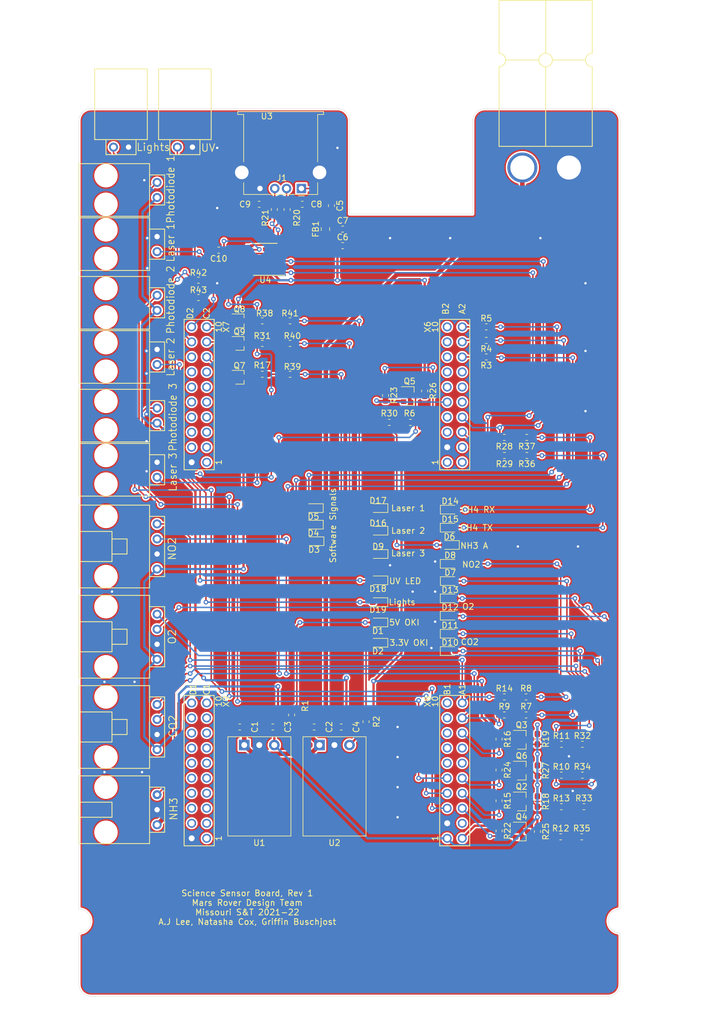
<source format=kicad_pcb>
(kicad_pcb (version 20171130) (host pcbnew "(5.1.6)-1")
  (layers (0 F.Cu signal) (31 B.Cu signal) (34 B.Paste user) (35 F.Paste user) (36 B.SilkS user) (37 F.SilkS user) (38 B.Mask user) (39 F.Mask user) (44 Edge.Cuts user))
  (net 0 "")
  (net 1 +12V)
  (net 2 GND)
  (net 3 +5V)
  (net 4 +3V3)
  (net 5 "Net-(C5-Pad2)")
  (net 6 "Net-(C10-Pad1)")
  (net 7 CO2_TX)
  (net 8 CO2_RX)
  (net 9 O2_RX)
  (net 10 O2_TX)
  (net 11 "Net-(D1-Pad2)")
  (net 12 "Net-(D2-Pad2)")
  (net 13 "Net-(D3-Pad2)")
  (net 14 "Net-(D4-Pad2)")
  (net 15 "Net-(D5-Pad2)")
  (net 16 "Net-(D6-Pad2)")
  (net 17 "Net-(D7-Pad2)")
  (net 18 "Net-(D8-Pad2)")
  (net 19 "Net-(D9-Pad2)")
  (net 20 "Net-(D10-Pad2)")
  (net 21 "Net-(D11-Pad2)")
  (net 22 "Net-(D12-Pad2)")
  (net 23 "Net-(D13-Pad2)")
  (net 24 "Net-(D14-Pad2)")
  (net 25 "Net-(D15-Pad2)")
  (net 26 TIVA_O2_TX)
  (net 27 TIVA_CO2_TX)
  (net 28 TIVA_O2_RX)
  (net 29 TIVA_CO2_RX)
  (net 30 "Net-(R30-Pad1)")
  (net 31 "Net-(R10-Pad2)")
  (net 32 "Net-(R11-Pad2)")
  (net 33 "Net-(R12-Pad2)")
  (net 34 "Net-(R13-Pad2)")
  (net 35 "Net-(R28-Pad1)")
  (net 36 CH4_RX)
  (net 37 CH4_TX)
  (net 38 "Net-(R29-Pad1)")
  (net 39 "Net-(U3-PadPE4)")
  (net 40 "Net-(U3-PadPP5)")
  (net 41 "Net-(U3-PadPM4)")
  (net 42 "Net-(U3-PadPD3)")
  (net 43 "Net-(U3-PadPM7)")
  (net 44 "Net-(U3-PadPM5)")
  (net 45 "Net-(U3-PadPA6)")
  (net 46 "Net-(U3-PadPD7)")
  (net 47 "Net-(U3-PadPE5)")
  (net 48 "Net-(U3-PadPE3)")
  (net 49 "Net-(U3-PadPB4)")
  (net 50 "Net-(U3-PadPK5)")
  (net 51 "Net-(U3-PadPD5)")
  (net 52 "Net-(U3-PadRese')")
  (net 53 "Net-(U3-PadPK2)")
  (net 54 "Net-(U3-PadPA5)")
  (net 55 "Net-(U3-PadPK3)")
  (net 56 "Net-(U3-PadPB5)")
  (net 57 "Net-(U3-PadPQ0)")
  (net 58 "Net-(U3-PadPH0)")
  (net 59 "Net-(U3-PadPD2)")
  (net 60 "Net-(U3-PadPA7)")
  (net 61 "Net-(U3-PadPQ3)")
  (net 62 "Net-(U3-PadPA4)")
  (net 63 "Net-(U3-PadPP3)")
  (net 64 "Net-(U3-PadPM2)")
  (net 65 "Net-(U3-PadPM1)")
  (net 66 "Net-(U3-PadPK4)")
  (net 67 "Net-(U3-PadPQ2)")
  (net 68 "Net-(U3-PadPM0)")
  (net 69 "Net-(U3-PadPG1)")
  (net 70 "Net-(U3-PadPD4)")
  (net 71 "Net-(U3-PadPL0)")
  (net 72 "Net-(U3-PadPF1)")
  (net 73 "Net-(U3-PadPG0)")
  (net 74 "Net-(U3-PadPF3)")
  (net 75 "Net-(U3-PadPF2)")
  (net 76 "Net-(U3-PadPL5)")
  (net 77 "Net-(U3-PadPL4)")
  (net 78 "Net-(U3-PadPH2)")
  (net 79 "Net-(U3-PadPD0)")
  (net 80 "Net-(U3-PadPN2)")
  (net 81 "Net-(U3-PadPL2)")
  (net 82 "Net-(U3-PadPD1)")
  (net 83 "Net-(U3-PadPL3)")
  (net 84 "Net-(U3-PadPN3)")
  (net 85 "Net-(U3-PadPH3)")
  (net 86 "Net-(U3-PadPP2)")
  (net 87 "Net-(U3-PadPL1)")
  (net 88 "Net-(U3-PadPM3)")
  (net 89 "Net-(U3-PadRese)")
  (net 90 "Net-(U4-Pad2)")
  (net 91 "Net-(U4-Pad6)")
  (net 92 "Net-(U4-Pad7)")
  (net 93 "Net-(U4-Pad14)")
  (net 94 "Net-(U4-Pad15)")
  (net 95 "Net-(U4-Pad16)")
  (net 96 /Sheet615E4949/D1-)
  (net 97 /Sheet615E4949/D1+)
  (net 98 /Sheet615E4949/D2-)
  (net 99 /Sheet615E4949/D2+)
  (net 100 NH3_A)
  (net 101 NO2_SCL)
  (net 102 NO2_SDA)
  (net 103 "Net-(Conn7-Pad1)")
  (net 104 Photodiode2)
  (net 105 "Net-(Conn9-Pad1)")
  (net 106 Photodiode3)
  (net 107 "Net-(Conn11-Pad1)")
  (net 108 Photodiode1)
  (net 109 Lights)
  (net 110 UVLED)
  (net 111 "Net-(D16-Pad2)")
  (net 112 "Net-(D17-Pad2)")
  (net 113 "Net-(D18-Pad2)")
  (net 114 "Net-(D19-Pad2)")
  (net 115 TIVA_NH3_A)
  (net 116 Laser3)
  (net 117 Laser1)
  (net 118 Laser2)
  (net 119 "Net-(R7-Pad1)")
  (net 120 "Net-(R14-Pad2)")
  (net 121 "Net-(R17-Pad2)")
  (net 122 "Net-(R31-Pad2)")
  (net 123 "Net-(R38-Pad2)")
  (net 124 "Net-(U3-PadPK1)")
  (net 125 "Net-(R3-Pad2)")
  (net 126 "Net-(R4-Pad2)")
  (net 127 "Net-(R5-Pad1)")
  (module MRDT_Shields:TM4C129E_Launchpad_FULL_Vertical (layer F.Cu) (at 23.622 16.256)
    (fp_text reference U3 (at 31.75 1.27) (layer F.SilkS))
    (fp_text value TM4C129E_Launchpad)
    (fp_text user X8 (at 58.928 100.076 270) (layer F.SilkS))
    (fp_text user 1 (at 60.198 59.69 270) (layer F.SilkS))
    (fp_text user 10 (at 60.198 36.83 270) (layer F.SilkS))
    (fp_text user 10 (at 23.622 36.83 270) (layer F.SilkS))
    (fp_text user 1 (at 60.198 123.19 270) (layer F.SilkS))
    (fp_text user 1 (at 23.622 123.19 270) (layer F.SilkS))
    (fp_text user 10 (at 23.622 100.076 270) (layer F.SilkS))
    (fp_text user 1 (at 23.622 59.69 270) (layer F.SilkS))
    (fp_text user X9 (at 24.892 100.076 270) (layer F.SilkS))
    (fp_text user A2 (at 64.77 33.782 270) (layer F.SilkS))
    (fp_text user B2 (at 61.976 33.782 270) (layer F.SilkS))
    (fp_text user B1 (at 62.23 98.044 270) (layer F.SilkS))
    (fp_text user A1 (at 64.77 98.044 270) (layer F.SilkS))
    (fp_text user D2 (at 18.796 34.544 90) (layer F.SilkS))
    (fp_text user C2 (at 21.59 34.544 270) (layer F.SilkS))
    (fp_text user D1 (at 19.304 98.044 270) (layer F.SilkS))
    (fp_text user 10 (at 60.198 100.076 270) (layer F.SilkS))
    (fp_text user C1 (at 21.59 98.044 270) (layer F.SilkS))
    (fp_text user X6 (at 58.928 36.83 90) (layer F.SilkS))
    (fp_text user X7 (at 24.892 36.83 270) (layer F.SilkS))
    (pad PE4 thru_hole circle (at 64.77 120.65 270) (size 1.52 1.52) (drill 1) (layers *.Cu *.Mask F.Paste) (net 39 "Net-(U3-PadPE4)"))
    (pad PE1 thru_hole circle (at 62.23 115.57 270) (size 1.52 1.52) (drill 1) (layers *.Cu *.Mask F.Paste) (net 104 Photodiode2))
    (pad PP5 thru_hole circle (at 19.05 54.61 270) (size 1.52 1.52) (drill 1) (layers *.Cu *.Mask F.Paste) (net 40 "Net-(U3-PadPP5)"))
    (pad PC7 thru_hole circle (at 64.77 105.41 270) (size 1.52 1.52) (drill 1) (layers *.Cu *.Mask F.Paste) (net 27 TIVA_CO2_TX))
    (pad PM4 thru_hole circle (at 62.23 102.87 270) (size 1.52 1.52) (drill 1) (layers *.Cu *.Mask F.Paste) (net 41 "Net-(U3-PadPM4)"))
    (pad PD3 thru_hole circle (at 64.77 107.95 270) (size 1.52 1.52) (drill 1) (layers *.Cu *.Mask F.Paste) (net 42 "Net-(U3-PadPD3)"))
    (pad PC6 thru_hole circle (at 64.77 113.03 270) (size 1.52 1.52) (drill 1) (layers *.Cu *.Mask F.Paste) (net 29 TIVA_CO2_RX))
    (pad PC4 thru_hole circle (at 64.77 118.11 270) (size 1.52 1.52) (drill 1) (layers *.Cu *.Mask F.Paste) (net 28 TIVA_O2_RX))
    (pad PM7 thru_hole circle (at 19.05 57.15 270) (size 1.52 1.52) (drill 1) (layers *.Cu *.Mask F.Paste) (net 43 "Net-(U3-PadPM7)"))
    (pad +5V thru_hole circle (at 62.23 123.19 270) (size 1.52 1.52) (drill 1) (layers *.Cu *.Mask F.Paste) (net 3 +5V))
    (pad PC5 thru_hole circle (at 64.77 115.57 270) (size 1.52 1.52) (drill 1) (layers *.Cu *.Mask F.Paste) (net 26 TIVA_O2_TX))
    (pad +3V3 thru_hole circle (at 64.77 123.19 270) (size 1.52 1.52) (drill 1) (layers *.Cu *.Mask F.Paste) (net 4 +3V3))
    (pad PM5 thru_hole circle (at 62.23 100.33 270) (size 1.52 1.52) (drill 1) (layers *.Cu *.Mask F.Paste) (net 44 "Net-(U3-PadPM5)"))
    (pad GND thru_hole circle (at 19.05 59.69 270) (size 1.52 1.52) (drill 1) (layers *.Cu *.Mask F.Paste) (net 2 GND))
    (pad PA6 thru_hole circle (at 62.23 105.41 270) (size 1.52 1.52) (drill 1) (layers *.Cu *.Mask F.Paste) (net 45 "Net-(U3-PadPA6)"))
    (pad PD7 thru_hole circle (at 62.23 107.95 270) (size 1.52 1.52) (drill 1) (layers *.Cu *.Mask F.Paste) (net 46 "Net-(U3-PadPD7)"))
    (pad PE0 thru_hole circle (at 62.23 118.11 270) (size 1.52 1.52) (drill 1) (layers *.Cu *.Mask F.Paste) (net 108 Photodiode1))
    (pad PE5 thru_hole circle (at 64.77 110.49 270) (size 1.52 1.52) (drill 1) (layers *.Cu *.Mask F.Paste) (net 47 "Net-(U3-PadPE5)"))
    (pad PE2 thru_hole circle (at 62.23 113.03 270) (size 1.52 1.52) (drill 1) (layers *.Cu *.Mask F.Paste) (net 106 Photodiode3))
    (pad PK7 thru_hole circle (at 21.59 36.83 270) (size 1.52 1.52) (drill 1) (layers *.Cu *.Mask F.Paste) (net 117 Laser1))
    (pad GND thru_hole circle (at 62.23 120.65 270) (size 1.52 1.52) (drill 1) (layers *.Cu *.Mask F.Paste) (net 2 GND))
    (pad PB3 thru_hole circle (at 64.77 100.33 270) (size 1.52 1.52) (drill 1) (layers *.Cu *.Mask F.Paste) (net 102 NO2_SDA))
    (pad PB2 thru_hole circle (at 64.77 102.87 270) (size 1.52 1.52) (drill 1) (layers *.Cu *.Mask F.Paste) (net 101 NO2_SCL))
    (pad PE3 thru_hole circle (at 62.23 110.49 270) (size 1.52 1.52) (drill 1) (layers *.Cu *.Mask F.Paste) (net 48 "Net-(U3-PadPE3)"))
    (pad PB4 thru_hole circle (at 62.23 54.61 270) (size 1.52 1.52) (drill 1) (layers *.Cu *.Mask F.Paste) (net 49 "Net-(U3-PadPB4)"))
    (pad PK0 thru_hole circle (at 62.23 49.53 270) (size 1.52 1.52) (drill 1) (layers *.Cu *.Mask F.Paste) (net 115 TIVA_NH3_A))
    (pad PQ1 thru_hole circle (at 19.05 39.37 270) (size 1.52 1.52) (drill 1) (layers *.Cu *.Mask F.Paste) (net 109 Lights))
    (pad PK5 thru_hole circle (at 21.59 54.61 270) (size 1.52 1.52) (drill 1) (layers *.Cu *.Mask F.Paste) (net 50 "Net-(U3-PadPK5)"))
    (pad PN4 thru_hole circle (at 64.77 36.83 270) (size 1.52 1.52) (drill 1) (layers *.Cu *.Mask F.Paste) (net 127 "Net-(R5-Pad1)"))
    (pad PD5 thru_hole circle (at 64.77 46.99 270) (size 1.52 1.52) (drill 1) (layers *.Cu *.Mask F.Paste) (net 51 "Net-(U3-PadPD5)"))
    (pad PP0 thru_hole circle (at 64.77 54.61 270) (size 1.52 1.52) (drill 1) (layers *.Cu *.Mask F.Paste) (net 37 CH4_TX))
    (pad GND thru_hole circle (at 62.23 57.15 270) (size 1.52 1.52) (drill 1) (layers *.Cu *.Mask F.Paste) (net 2 GND))
    (pad Rese' thru_hole circle (at 19.05 49.53 270) (size 1.52 1.52) (drill 1) (layers *.Cu *.Mask F.Paste) (net 52 "Net-(U3-PadRese')"))
    (pad PK2 thru_hole circle (at 62.23 44.45 270) (size 1.52 1.52) (drill 1) (layers *.Cu *.Mask F.Paste) (net 53 "Net-(U3-PadPK2)"))
    (pad PA5 thru_hole circle (at 62.23 36.83 270) (size 1.52 1.52) (drill 1) (layers *.Cu *.Mask F.Paste) (net 54 "Net-(U3-PadPA5)"))
    (pad PK3 thru_hole circle (at 62.23 41.91 270) (size 1.52 1.52) (drill 1) (layers *.Cu *.Mask F.Paste) (net 55 "Net-(U3-PadPK3)"))
    (pad PK1 thru_hole circle (at 62.23 46.99 270) (size 1.52 1.52) (drill 1) (layers *.Cu *.Mask F.Paste) (net 124 "Net-(U3-PadPK1)"))
    (pad PN5 thru_hole circle (at 64.77 39.37 270) (size 1.52 1.52) (drill 1) (layers *.Cu *.Mask F.Paste) (net 126 "Net-(R4-Pad2)"))
    (pad PM6 thru_hole circle (at 19.05 36.83 270) (size 1.52 1.52) (drill 1) (layers *.Cu *.Mask F.Paste) (net 110 UVLED))
    (pad PK6 thru_hole circle (at 21.59 39.37 270) (size 1.52 1.52) (drill 1) (layers *.Cu *.Mask F.Paste) (net 118 Laser2))
    (pad PH1 thru_hole circle (at 21.59 41.91 270) (size 1.52 1.52) (drill 1) (layers *.Cu *.Mask F.Paste) (net 116 Laser3))
    (pad PB5 thru_hole circle (at 62.23 52.07 270) (size 1.52 1.52) (drill 1) (layers *.Cu *.Mask F.Paste) (net 56 "Net-(U3-PadPB5)"))
    (pad PQ0 thru_hole circle (at 64.77 44.45 270) (size 1.52 1.52) (drill 1) (layers *.Cu *.Mask F.Paste) (net 57 "Net-(U3-PadPQ0)"))
    (pad PH0 thru_hole circle (at 21.59 44.45 270) (size 1.52 1.52) (drill 1) (layers *.Cu *.Mask F.Paste) (net 58 "Net-(U3-PadPH0)"))
    (pad PD2 thru_hole circle (at 64.77 57.15 270) (size 1.52 1.52) (drill 1) (layers *.Cu *.Mask F.Paste) (net 59 "Net-(U3-PadPD2)"))
    (pad PA7 thru_hole circle (at 19.05 52.07 270) (size 1.52 1.52) (drill 1) (layers *.Cu *.Mask F.Paste) (net 60 "Net-(U3-PadPA7)"))
    (pad PQ3 thru_hole circle (at 19.05 44.45 270) (size 1.52 1.52) (drill 1) (layers *.Cu *.Mask F.Paste) (net 61 "Net-(U3-PadPQ3)"))
    (pad PA4 thru_hole circle (at 62.23 39.37 270) (size 1.52 1.52) (drill 1) (layers *.Cu *.Mask F.Paste) (net 62 "Net-(U3-PadPA4)"))
    (pad PP3 thru_hole circle (at 19.05 41.91 270) (size 1.52 1.52) (drill 1) (layers *.Cu *.Mask F.Paste) (net 63 "Net-(U3-PadPP3)"))
    (pad PM2 thru_hole circle (at 21.59 46.99 270) (size 1.52 1.52) (drill 1) (layers *.Cu *.Mask F.Paste) (net 64 "Net-(U3-PadPM2)"))
    (pad PM1 thru_hole circle (at 21.59 49.53 270) (size 1.52 1.52) (drill 1) (layers *.Cu *.Mask F.Paste) (net 65 "Net-(U3-PadPM1)"))
    (pad PK4 thru_hole circle (at 21.59 57.15 270) (size 1.52 1.52) (drill 1) (layers *.Cu *.Mask F.Paste) (net 66 "Net-(U3-PadPK4)"))
    (pad PP1 thru_hole circle (at 64.77 52.07 270) (size 1.52 1.52) (drill 1) (layers *.Cu *.Mask F.Paste) (net 36 CH4_RX))
    (pad +5V` thru_hole circle (at 62.23 59.69 270) (size 1.52 1.52) (drill 1) (layers *.Cu *.Mask F.Paste))
    (pad +3V3` thru_hole circle (at 64.77 59.69 270) (size 1.52 1.52) (drill 1) (layers *.Cu *.Mask F.Paste))
    (pad PQ2 thru_hole circle (at 19.05 46.99 270) (size 1.52 1.52) (drill 1) (layers *.Cu *.Mask F.Paste) (net 67 "Net-(U3-PadPQ2)"))
    (pad PM0 thru_hole circle (at 21.59 52.07 270) (size 1.52 1.52) (drill 1) (layers *.Cu *.Mask F.Paste) (net 68 "Net-(U3-PadPM0)"))
    (pad PP4 thru_hole circle (at 64.77 41.91 270) (size 1.52 1.52) (drill 1) (layers *.Cu *.Mask F.Paste) (net 125 "Net-(R3-Pad2)"))
    (pad PG1 thru_hole circle (at 21.59 59.69 270) (size 1.52 1.52) (drill 1) (layers *.Cu *.Mask F.Paste) (net 69 "Net-(U3-PadPG1)"))
    (pad PD4 thru_hole circle (at 64.77 49.53 270) (size 1.52 1.52) (drill 1) (layers *.Cu *.Mask F.Paste) (net 70 "Net-(U3-PadPD4)"))
    (pad PL0 thru_hole circle (at 21.59 107.95 270) (size 1.52 1.52) (drill 1) (layers *.Cu *.Mask F.Paste) (net 71 "Net-(U3-PadPL0)"))
    (pad PF1 thru_hole circle (at 21.59 123.19 270) (size 1.52 1.52) (drill 1) (layers *.Cu *.Mask F.Paste) (net 72 "Net-(U3-PadPF1)"))
    (pad PG0 thru_hole circle (at 21.59 115.57 270) (size 1.52 1.52) (drill 1) (layers *.Cu *.Mask F.Paste) (net 73 "Net-(U3-PadPG0)"))
    (pad PF3 thru_hole circle (at 21.59 118.11 270) (size 1.52 1.52) (drill 1) (layers *.Cu *.Mask F.Paste) (net 74 "Net-(U3-PadPF3)"))
    (pad PF2 thru_hole circle (at 21.59 120.65 270) (size 1.52 1.52) (drill 1) (layers *.Cu *.Mask F.Paste) (net 75 "Net-(U3-PadPF2)"))
    (pad PL5 thru_hole circle (at 21.59 110.49 270) (size 1.52 1.52) (drill 1) (layers *.Cu *.Mask F.Paste) (net 76 "Net-(U3-PadPL5)"))
    (pad PL4 thru_hole circle (at 21.59 113.03 270) (size 1.52 1.52) (drill 1) (layers *.Cu *.Mask F.Paste) (net 77 "Net-(U3-PadPL4)"))
    (pad PH2 thru_hole circle (at 19.05 118.11 270) (size 1.52 1.52) (drill 1) (layers *.Cu *.Mask F.Paste) (net 78 "Net-(U3-PadPH2)"))
    (pad PD0 thru_hole circle (at 19.05 107.95 270) (size 1.52 1.52) (drill 1) (layers *.Cu *.Mask F.Paste) (net 79 "Net-(U3-PadPD0)"))
    (pad PN2 thru_hole circle (at 19.05 105.41 270) (size 1.52 1.52) (drill 1) (layers *.Cu *.Mask F.Paste) (net 80 "Net-(U3-PadPN2)"))
    (pad PL2 thru_hole circle (at 21.59 102.87 270) (size 1.52 1.52) (drill 1) (layers *.Cu *.Mask F.Paste) (net 81 "Net-(U3-PadPL2)"))
    (pad PD1 thru_hole circle (at 19.05 110.49 270) (size 1.52 1.52) (drill 1) (layers *.Cu *.Mask F.Paste) (net 82 "Net-(U3-PadPD1)"))
    (pad PL3 thru_hole circle (at 21.59 100.33 270) (size 1.52 1.52) (drill 1) (layers *.Cu *.Mask F.Paste) (net 83 "Net-(U3-PadPL3)"))
    (pad PN3 thru_hole circle (at 19.05 102.87 270) (size 1.52 1.52) (drill 1) (layers *.Cu *.Mask F.Paste) (net 84 "Net-(U3-PadPN3)"))
    (pad PH3 thru_hole circle (at 19.05 115.57 270) (size 1.52 1.52) (drill 1) (layers *.Cu *.Mask F.Paste) (net 85 "Net-(U3-PadPH3)"))
    (pad PP2 thru_hole circle (at 19.05 100.33 270) (size 1.52 1.52) (drill 1) (layers *.Cu *.Mask F.Paste) (net 86 "Net-(U3-PadPP2)"))
    (pad GND thru_hole circle (at 19.05 123.19 270) (size 1.52 1.52) (drill 1) (layers *.Cu *.Mask F.Paste) (net 2 GND))
    (pad PL1 thru_hole circle (at 21.59 105.41 270) (size 1.52 1.52) (drill 1) (layers *.Cu *.Mask F.Paste) (net 87 "Net-(U3-PadPL1)"))
    (pad PM3 thru_hole circle (at 19.05 120.65 270) (size 1.52 1.52) (drill 1) (layers *.Cu *.Mask F.Paste) (net 88 "Net-(U3-PadPM3)"))
    (pad Rese thru_hole circle (at 19.05 113.03 270) (size 1.52 1.52) (drill 1) (layers *.Cu *.Mask F.Paste) (net 89 "Net-(U3-PadRese)"))
  )
  (module MRDT_Connectors:Anderson_2_Horizontal_Side_by_Side (layer F.Cu) (at 106.426 26.162 270)
    (fp_text reference Conn1 hide)
    (fp_text value AndersonPP)
    (pad 1 thru_hole circle (at 0.0254 0 270) (size 5.08 5.08) (drill 4.06) (layers *.Cu *.Mask F.Paste) (net 2 GND))
    (pad 2 thru_hole circle (at 0.0254 7.874 270) (size 5.08 5.08) (drill 4.06) (layers *.Cu *.Mask F.Paste) (net 1 +12V))
  )
  (module Capacitor_SMD:C_0603_1608Metric (layer F.Cu) (at 54.0765 32.385 180)
    (fp_text reference C9 (at 2.3875 0) (layer F.SilkS))
    (fp_text value 47pF)
    (pad 2 smd roundrect (at 0.7875 0 180) (size 0.875 0.95) (layers F.Cu F.Paste F.Mask) (net 2 GND))
    (pad 1 smd roundrect (at -0.7875 0 180) (size 0.875 0.95) (layers F.Cu F.Paste F.Mask) (net 97 /Sheet615E4949/D1+))
  )
  (module Capacitor_SMD:C_0603_1608Metric (layer F.Cu) (at 61.3665 32.385)
    (fp_text reference C8 (at 2.3875 0) (layer F.SilkS))
    (fp_text value 47pF)
    (pad 2 smd roundrect (at 0.7875 0) (size 0.875 0.95) (layers F.Cu F.Paste F.Mask) (net 2 GND))
    (pad 1 smd roundrect (at -0.7875 0) (size 0.875 0.95) (layers F.Cu F.Paste F.Mask) (net 96 /Sheet615E4949/D1-))
  )
  (module Capacitor_SMD:C_0603_1608Metric_Pad1.05x0.95mm_HandSolder (layer F.Cu) (at 50.8 120.65)
    (fp_text reference C1 (at 2.54 0 270) (layer F.SilkS))
    (fp_text value 10uf)
    (pad 1 smd roundrect (at -0.875 0) (size 1.05 0.95) (layers F.Cu F.Paste F.Mask) (net 1 +12V))
    (pad 2 smd roundrect (at 0.875 0) (size 1.05 0.95) (layers F.Cu F.Paste F.Mask) (net 2 GND))
  )
  (module Capacitor_SMD:C_0603_1608Metric_Pad1.05x0.95mm_HandSolder (layer F.Cu) (at 63.373 120.65)
    (fp_text reference C2 (at 2.54 0 90) (layer F.SilkS))
    (fp_text value 10uf)
    (pad 2 smd roundrect (at 0.875 0) (size 1.05 0.95) (layers F.Cu F.Paste F.Mask) (net 2 GND))
    (pad 1 smd roundrect (at -0.875 0) (size 1.05 0.95) (layers F.Cu F.Paste F.Mask) (net 1 +12V))
  )
  (module Capacitor_SMD:C_0603_1608Metric_Pad1.05x0.95mm_HandSolder (layer F.Cu) (at 56.388 120.65 180)
    (fp_text reference C3 (at -2.54 0 270) (layer F.SilkS))
    (fp_text value 10uf)
    (pad 2 smd roundrect (at 0.875 0 180) (size 1.05 0.95) (layers F.Cu F.Paste F.Mask) (net 2 GND))
    (pad 1 smd roundrect (at -0.875 0 180) (size 1.05 0.95) (layers F.Cu F.Paste F.Mask) (net 3 +5V))
  )
  (module Capacitor_SMD:C_0603_1608Metric_Pad1.05x0.95mm_HandSolder (layer F.Cu) (at 67.945 120.65 180)
    (fp_text reference C4 (at -2.54 0 90) (layer F.SilkS))
    (fp_text value 10uf)
    (pad 1 smd roundrect (at -0.875 0 180) (size 1.05 0.95) (layers F.Cu F.Paste F.Mask) (net 4 +3V3))
    (pad 2 smd roundrect (at 0.875 0 180) (size 1.05 0.95) (layers F.Cu F.Paste F.Mask) (net 2 GND))
  )
  (module Capacitor_SMD:C_0603_1608Metric_Pad1.05x0.95mm_HandSolder (layer F.Cu) (at 66.294 32.625 270)
    (fp_text reference C5 (at 0 -1.43 90) (layer F.SilkS))
    (fp_text value 10nF)
    (pad 1 smd roundrect (at -0.875 0 270) (size 1.05 0.95) (layers F.Cu F.Paste F.Mask) (net 2 GND))
    (pad 2 smd roundrect (at 0.875 0 270) (size 1.05 0.95) (layers F.Cu F.Paste F.Mask) (net 5 "Net-(C5-Pad2)"))
  )
  (module Capacitor_SMD:C_0603_1608Metric_Pad1.05x0.95mm_HandSolder (layer F.Cu) (at 68.185 39.37)
    (fp_text reference C6 (at 0 -1.43) (layer F.SilkS))
    (fp_text value 100nF)
    (pad 1 smd roundrect (at -0.875 0) (size 1.05 0.95) (layers F.Cu F.Paste F.Mask) (net 3 +5V))
    (pad 2 smd roundrect (at 0.875 0) (size 1.05 0.95) (layers F.Cu F.Paste F.Mask) (net 2 GND))
  )
  (module Capacitor_SMD:C_0603_1608Metric_Pad1.05x0.95mm_HandSolder (layer F.Cu) (at 68.185 36.576)
    (fp_text reference C7 (at 0 -1.43) (layer F.SilkS))
    (fp_text value "4.7 uF")
    (pad 2 smd roundrect (at 0.875 0) (size 1.05 0.95) (layers F.Cu F.Paste F.Mask) (net 2 GND))
    (pad 1 smd roundrect (at -0.875 0) (size 1.05 0.95) (layers F.Cu F.Paste F.Mask) (net 3 +5V))
  )
  (module Capacitor_SMD:C_0603_1608Metric_Pad1.05x0.95mm_HandSolder (layer F.Cu) (at 47.244 40.132 180)
    (fp_text reference C10 (at 0 -1.43) (layer F.SilkS))
    (fp_text value 100nF)
    (pad 2 smd roundrect (at 0.875 0 180) (size 1.05 0.95) (layers F.Cu F.Paste F.Mask) (net 2 GND))
    (pad 1 smd roundrect (at -0.875 0 180) (size 1.05 0.95) (layers F.Cu F.Paste F.Mask) (net 6 "Net-(C10-Pad1)"))
  )
  (module MRDT_Connectors:MOLEX_SL_04_Horizontal (layer F.Cu) (at 36.83 93.98 90)
    (fp_text reference Conn3 hide)
    (fp_text value Molex_SL_04)
    (pad 1 thru_hole circle (at 0 0 90) (size 1.524 1.524) (drill 0.9) (layers *.Cu *.Mask) (net 3 +5V))
    (pad 2 thru_hole circle (at 2.54 0 90) (size 1.524 1.524) (drill 0.9) (layers *.Cu *.Mask) (net 2 GND))
    (pad 3 thru_hole circle (at 5.08 0 90) (size 1.524 1.524) (drill 0.9) (layers *.Cu *.Mask) (net 101 NO2_SCL))
    (pad 4 thru_hole circle (at 7.62 0 90) (size 1.524 1.524) (drill 0.9) (layers *.Cu *.Mask) (net 102 NO2_SDA))
    (pad "" np_thru_hole circle (at -1.27 -8.636 90) (size 3.45 3.45) (drill 3.45) (layers *.Cu *.Mask))
    (pad "" np_thru_hole circle (at 8.89 -8.636 90) (size 3.45 3.45) (drill 3.45) (layers *.Cu *.Mask))
  )
  (module MRDT_Connectors:MOLEX_SL_04_Horizontal (layer F.Cu) (at 36.83 124.46 90)
    (fp_text reference Conn4 hide)
    (fp_text value Molex_SL_04)
    (pad 1 thru_hole circle (at 0 0 90) (size 1.524 1.524) (drill 0.9) (layers *.Cu *.Mask) (net 3 +5V))
    (pad 2 thru_hole circle (at 2.54 0 90) (size 1.524 1.524) (drill 0.9) (layers *.Cu *.Mask) (net 2 GND))
    (pad 3 thru_hole circle (at 5.08 0 90) (size 1.524 1.524) (drill 0.9) (layers *.Cu *.Mask) (net 7 CO2_TX))
    (pad 4 thru_hole circle (at 7.62 0 90) (size 1.524 1.524) (drill 0.9) (layers *.Cu *.Mask) (net 8 CO2_RX))
    (pad "" np_thru_hole circle (at -1.27 -8.636 90) (size 3.45 3.45) (drill 3.45) (layers *.Cu *.Mask))
    (pad "" np_thru_hole circle (at 8.89 -8.636 90) (size 3.45 3.45) (drill 3.45) (layers *.Cu *.Mask))
  )
  (module MRDT_Connectors:MOLEX_SL_04_Horizontal (layer F.Cu) (at 36.83 109.22 90)
    (fp_text reference Conn5 hide)
    (fp_text value Molex_SL_04)
    (pad "" np_thru_hole circle (at 8.89 -8.636 90) (size 3.45 3.45) (drill 3.45) (layers *.Cu *.Mask))
    (pad "" np_thru_hole circle (at -1.27 -8.636 90) (size 3.45 3.45) (drill 3.45) (layers *.Cu *.Mask))
    (pad 4 thru_hole circle (at 7.62 0 90) (size 1.524 1.524) (drill 0.9) (layers *.Cu *.Mask) (net 9 O2_RX))
    (pad 3 thru_hole circle (at 5.08 0 90) (size 1.524 1.524) (drill 0.9) (layers *.Cu *.Mask) (net 10 O2_TX))
    (pad 2 thru_hole circle (at 2.54 0 90) (size 1.524 1.524) (drill 0.9) (layers *.Cu *.Mask) (net 2 GND))
    (pad 1 thru_hole circle (at 0 0 90) (size 1.524 1.524) (drill 0.9) (layers *.Cu *.Mask) (net 3 +5V))
  )
  (module LED_SMD:LED_0603_1608Metric_Pad1.05x0.95mm_HandSolder (layer F.Cu) (at 74.154 102.997 180)
    (fp_text reference D1 (at 0 -1.43) (layer F.SilkS))
    (fp_text value Green)
    (pad 2 smd roundrect (at 0.875 0 180) (size 1.05 0.95) (layers F.Cu F.Paste F.Mask) (net 11 "Net-(D1-Pad2)"))
    (pad 1 smd roundrect (at -0.875 0 180) (size 1.05 0.95) (layers F.Cu F.Paste F.Mask) (net 2 GND))
  )
  (module LED_SMD:LED_0603_1608Metric_Pad1.05x0.95mm_HandSolder (layer F.Cu) (at 74.154 106.426 180)
    (fp_text reference D2 (at 0 -1.43) (layer F.SilkS))
    (fp_text value Green)
    (pad 1 smd roundrect (at -0.875 0 180) (size 1.05 0.95) (layers F.Cu F.Paste F.Mask) (net 2 GND))
    (pad 2 smd roundrect (at 0.875 0 180) (size 1.05 0.95) (layers F.Cu F.Paste F.Mask) (net 12 "Net-(D2-Pad2)"))
  )
  (module LED_SMD:LED_0603_1608Metric_Pad1.05x0.95mm_HandSolder (layer F.Cu) (at 63.359 89.281 180)
    (fp_text reference D3 (at 0 -1.43) (layer F.SilkS))
    (fp_text value Blue)
    (pad 1 smd roundrect (at -0.875 0 180) (size 1.05 0.95) (layers F.Cu F.Paste F.Mask) (net 2 GND))
    (pad 2 smd roundrect (at 0.875 0 180) (size 1.05 0.95) (layers F.Cu F.Paste F.Mask) (net 13 "Net-(D3-Pad2)"))
  )
  (module LED_SMD:LED_0603_1608Metric_Pad1.05x0.95mm_HandSolder (layer F.Cu) (at 63.246 86.487 180)
    (fp_text reference D4 (at 0 -1.43) (layer F.SilkS))
    (fp_text value Blue)
    (pad 1 smd roundrect (at -0.875 0 180) (size 1.05 0.95) (layers F.Cu F.Paste F.Mask) (net 2 GND))
    (pad 2 smd roundrect (at 0.875 0 180) (size 1.05 0.95) (layers F.Cu F.Paste F.Mask) (net 14 "Net-(D4-Pad2)"))
  )
  (module LED_SMD:LED_0603_1608Metric_Pad1.05x0.95mm_HandSolder (layer F.Cu) (at 63.246 83.693 180)
    (fp_text reference D5 (at 0 -1.43) (layer F.SilkS))
    (fp_text value Blue)
    (pad 2 smd roundrect (at 0.875 0 180) (size 1.05 0.95) (layers F.Cu F.Paste F.Mask) (net 15 "Net-(D5-Pad2)"))
    (pad 1 smd roundrect (at -0.875 0 180) (size 1.05 0.95) (layers F.Cu F.Paste F.Mask) (net 2 GND))
  )
  (module LED_SMD:LED_0603_1608Metric_Pad1.05x0.95mm_HandSolder (layer F.Cu) (at 86.233 89.916 180)
    (fp_text reference D6 (at 0 1.397) (layer F.SilkS))
    (fp_text value Blue)
    (pad 2 smd roundrect (at 0.875 0 180) (size 1.05 0.95) (layers F.Cu F.Paste F.Mask) (net 16 "Net-(D6-Pad2)"))
    (pad 1 smd roundrect (at -0.875 0 180) (size 1.05 0.95) (layers F.Cu F.Paste F.Mask) (net 2 GND))
  )
  (module LED_SMD:LED_0603_1608Metric_Pad1.05x0.95mm_HandSolder (layer F.Cu) (at 86.346 107.823)
    (fp_text reference D10 (at 0 -1.43) (layer F.SilkS))
    (fp_text value Blue)
    (pad 1 smd roundrect (at -0.875 0) (size 1.05 0.95) (layers F.Cu F.Paste F.Mask) (net 2 GND))
    (pad 2 smd roundrect (at 0.875 0) (size 1.05 0.95) (layers F.Cu F.Paste F.Mask) (net 20 "Net-(D10-Pad2)"))
  )
  (module LED_SMD:LED_0603_1608Metric_Pad1.05x0.95mm_HandSolder (layer F.Cu) (at 86.346 104.902)
    (fp_text reference D11 (at 0 -1.43) (layer F.SilkS))
    (fp_text value Blue)
    (pad 2 smd roundrect (at 0.875 0) (size 1.05 0.95) (layers F.Cu F.Paste F.Mask) (net 21 "Net-(D11-Pad2)"))
    (pad 1 smd roundrect (at -0.875 0) (size 1.05 0.95) (layers F.Cu F.Paste F.Mask) (net 2 GND))
  )
  (module LED_SMD:LED_0603_1608Metric_Pad1.05x0.95mm_HandSolder (layer F.Cu) (at 86.346 101.854)
    (fp_text reference D12 (at 0 -1.43) (layer F.SilkS))
    (fp_text value Blue)
    (pad 1 smd roundrect (at -0.875 0) (size 1.05 0.95) (layers F.Cu F.Paste F.Mask) (net 2 GND))
    (pad 2 smd roundrect (at 0.875 0) (size 1.05 0.95) (layers F.Cu F.Paste F.Mask) (net 22 "Net-(D12-Pad2)"))
  )
  (module LED_SMD:LED_0603_1608Metric_Pad1.05x0.95mm_HandSolder (layer F.Cu) (at 86.346 98.933)
    (fp_text reference D13 (at 0 -1.43) (layer F.SilkS))
    (fp_text value Blue)
    (pad 2 smd roundrect (at 0.875 0) (size 1.05 0.95) (layers F.Cu F.Paste F.Mask) (net 23 "Net-(D13-Pad2)"))
    (pad 1 smd roundrect (at -0.875 0) (size 1.05 0.95) (layers F.Cu F.Paste F.Mask) (net 2 GND))
  )
  (module LED_SMD:LED_0603_1608Metric_Pad1.05x0.95mm_HandSolder (layer F.Cu) (at 86.36 83.947)
    (fp_text reference D14 (at 0 -1.43) (layer F.SilkS))
    (fp_text value Blue)
    (pad 2 smd roundrect (at 0.875 0) (size 1.05 0.95) (layers F.Cu F.Paste F.Mask) (net 24 "Net-(D14-Pad2)"))
    (pad 1 smd roundrect (at -0.875 0) (size 1.05 0.95) (layers F.Cu F.Paste F.Mask) (net 2 GND))
  )
  (module LED_SMD:LED_0603_1608Metric_Pad1.05x0.95mm_HandSolder (layer F.Cu) (at 86.346 86.995)
    (fp_text reference D15 (at 0 -1.43) (layer F.SilkS))
    (fp_text value Blue)
    (pad 1 smd roundrect (at -0.875 0) (size 1.05 0.95) (layers F.Cu F.Paste F.Mask) (net 2 GND))
    (pad 2 smd roundrect (at 0.875 0) (size 1.05 0.95) (layers F.Cu F.Paste F.Mask) (net 25 "Net-(D15-Pad2)"))
  )
  (module Resistor_SMD:R_0805_2012Metric_Pad1.15x1.40mm_HandSolder (layer F.Cu) (at 65.278 36.576 90)
    (fp_text reference FB1 (at 0 -1.65 90) (layer F.SilkS))
    (fp_text value Ferrite_Bead)
    (pad 1 smd roundrect (at -1.025 0 90) (size 1.15 1.4) (layers F.Cu F.Paste F.Mask) (roundrect_rratio 0.217391) (net 3 +5V))
    (pad 2 smd roundrect (at 1.025 0 90) (size 1.15 1.4) (layers F.Cu F.Paste F.Mask) (roundrect_rratio 0.217391) (net 5 "Net-(C5-Pad2)"))
  )
  (module Connector_USB:USB_A_Stewart_SS-52100-001_Horizontal (layer F.Cu) (at 61.214 29.718 180)
    (fp_text reference J1 (at 3.302 1.778) (layer F.SilkS))
    (fp_text value USB_A)
    (pad 5 thru_hole circle (at 10.07 2.71 180) (size 3 3) (drill 2.3) (layers *.Cu *.Mask) (net 2 GND))
    (pad 5 thru_hole circle (at -3.07 2.71 180) (size 3 3) (drill 2.3) (layers *.Cu *.Mask) (net 2 GND))
    (pad 1 thru_hole rect (at 0 0 180) (size 1.6 1.6) (drill 0.92) (layers *.Cu *.Mask) (net 5 "Net-(C5-Pad2)"))
    (pad 2 thru_hole circle (at 2.5 0 180) (size 1.6 1.6) (drill 0.92) (layers *.Cu *.Mask) (net 96 /Sheet615E4949/D1-))
    (pad 3 thru_hole circle (at 4.5 0 180) (size 1.6 1.6) (drill 0.92) (layers *.Cu *.Mask) (net 97 /Sheet615E4949/D1+))
    (pad 4 thru_hole circle (at 7 0 180) (size 1.6 1.6) (drill 0.92) (layers *.Cu *.Mask) (net 2 GND))
  )
  (module Package_TO_SOT_SMD:SOT-23 (layer F.Cu) (at 98.425 133.223)
    (fp_text reference Q2 (at 0 -2.5) (layer F.SilkS))
    (fp_text value BSS138)
    (pad 1 smd rect (at -1 -0.95) (size 0.9 0.8) (layers F.Cu F.Paste F.Mask) (net 4 +3V3))
    (pad 2 smd rect (at -1 0.95) (size 0.9 0.8) (layers F.Cu F.Paste F.Mask) (net 26 TIVA_O2_TX))
    (pad 3 smd rect (at 1 0) (size 0.9 0.8) (layers F.Cu F.Paste F.Mask) (net 9 O2_RX))
  )
  (module Package_TO_SOT_SMD:SOT-23 (layer F.Cu) (at 98.425 122.809)
    (fp_text reference Q3 (at 0 -2.5) (layer F.SilkS))
    (fp_text value BSS138)
    (pad 3 smd rect (at 1 0) (size 0.9 0.8) (layers F.Cu F.Paste F.Mask) (net 8 CO2_RX))
    (pad 2 smd rect (at -1 0.95) (size 0.9 0.8) (layers F.Cu F.Paste F.Mask) (net 27 TIVA_CO2_TX))
    (pad 1 smd rect (at -1 -0.95) (size 0.9 0.8) (layers F.Cu F.Paste F.Mask) (net 4 +3V3))
  )
  (module Package_TO_SOT_SMD:SOT-23 (layer F.Cu) (at 98.425 138.303)
    (fp_text reference Q4 (at 0 -2.5) (layer F.SilkS))
    (fp_text value BSS138)
    (pad 3 smd rect (at 1 0) (size 0.9 0.8) (layers F.Cu F.Paste F.Mask) (net 10 O2_TX))
    (pad 2 smd rect (at -1 0.95) (size 0.9 0.8) (layers F.Cu F.Paste F.Mask) (net 28 TIVA_O2_RX))
    (pad 1 smd rect (at -1 -0.95) (size 0.9 0.8) (layers F.Cu F.Paste F.Mask) (net 4 +3V3))
  )
  (module Package_TO_SOT_SMD:SOT-23 (layer F.Cu) (at 79.502 64.77)
    (fp_text reference Q5 (at 0 -2.5) (layer F.SilkS))
    (fp_text value BSS138)
    (pad 3 smd rect (at 1 0) (size 0.9 0.8) (layers F.Cu F.Paste F.Mask) (net 100 NH3_A))
    (pad 2 smd rect (at -1 0.95) (size 0.9 0.8) (layers F.Cu F.Paste F.Mask) (net 115 TIVA_NH3_A))
    (pad 1 smd rect (at -1 -0.95) (size 0.9 0.8) (layers F.Cu F.Paste F.Mask) (net 4 +3V3))
  )
  (module Package_TO_SOT_SMD:SOT-23 (layer F.Cu) (at 98.425 128.016)
    (fp_text reference Q6 (at 0 -2.5) (layer F.SilkS))
    (fp_text value BSS138)
    (pad 1 smd rect (at -1 -0.95) (size 0.9 0.8) (layers F.Cu F.Paste F.Mask) (net 4 +3V3))
    (pad 2 smd rect (at -1 0.95) (size 0.9 0.8) (layers F.Cu F.Paste F.Mask) (net 29 TIVA_CO2_RX))
    (pad 3 smd rect (at 1 0) (size 0.9 0.8) (layers F.Cu F.Paste F.Mask) (net 7 CO2_TX))
  )
  (module Resistor_SMD:R_0603_1608Metric_Pad1.05x0.95mm_HandSolder (layer F.Cu) (at 72.136 119.761 270)
    (fp_text reference R2 (at 0 -1.778 90) (layer F.SilkS))
    (fp_text value 43)
    (pad 2 smd roundrect (at 0.875 0 270) (size 1.05 0.95) (layers F.Cu F.Paste F.Mask) (net 4 +3V3))
    (pad 1 smd roundrect (at -0.875 0 270) (size 1.05 0.95) (layers F.Cu F.Paste F.Mask) (net 12 "Net-(D2-Pad2)"))
  )
  (module Resistor_SMD:R_0603_1608Metric_Pad1.05x0.95mm_HandSolder (layer F.Cu) (at 92.456 58.166 180)
    (fp_text reference R3 (at 0 -1.43) (layer F.SilkS))
    (fp_text value 43)
    (pad 1 smd roundrect (at -0.875 0 180) (size 1.05 0.95) (layers F.Cu F.Paste F.Mask) (net 13 "Net-(D3-Pad2)"))
    (pad 2 smd roundrect (at 0.875 0 180) (size 1.05 0.95) (layers F.Cu F.Paste F.Mask) (net 125 "Net-(R3-Pad2)"))
  )
  (module Resistor_SMD:R_0603_1608Metric_Pad1.05x0.95mm_HandSolder (layer F.Cu) (at 92.456 55.372 180)
    (fp_text reference R4 (at 0 -1.43) (layer F.SilkS))
    (fp_text value 43)
    (pad 2 smd roundrect (at 0.875 0 180) (size 1.05 0.95) (layers F.Cu F.Paste F.Mask) (net 126 "Net-(R4-Pad2)"))
    (pad 1 smd roundrect (at -0.875 0 180) (size 1.05 0.95) (layers F.Cu F.Paste F.Mask) (net 14 "Net-(D4-Pad2)"))
  )
  (module Resistor_SMD:R_0603_1608Metric_Pad1.05x0.95mm_HandSolder (layer F.Cu) (at 92.456 53.086)
    (fp_text reference R5 (at 0 -1.43) (layer F.SilkS))
    (fp_text value 330)
    (pad 1 smd roundrect (at -0.875 0) (size 1.05 0.95) (layers F.Cu F.Paste F.Mask) (net 127 "Net-(R5-Pad1)"))
    (pad 2 smd roundrect (at 0.875 0) (size 1.05 0.95) (layers F.Cu F.Paste F.Mask) (net 15 "Net-(D5-Pad2)"))
  )
  (module Resistor_SMD:R_0603_1608Metric_Pad1.05x0.95mm_HandSolder (layer F.Cu) (at 79.629 69.215 180)
    (fp_text reference R6 (at 0.141 1.524) (layer F.SilkS))
    (fp_text value 240)
    (pad 1 smd roundrect (at -0.875 0 180) (size 1.05 0.95) (layers F.Cu F.Paste F.Mask) (net 100 NH3_A))
    (pad 2 smd roundrect (at 0.875 0 180) (size 1.05 0.95) (layers F.Cu F.Paste F.Mask) (net 30 "Net-(R30-Pad1)"))
  )
  (module Resistor_SMD:R_0603_1608Metric_Pad1.05x0.95mm_HandSolder (layer F.Cu) (at 105.142 128.778)
    (fp_text reference R10 (at 0 -1.43) (layer F.SilkS))
    (fp_text value 240)
    (pad 2 smd roundrect (at 0.875 0) (size 1.05 0.95) (layers F.Cu F.Paste F.Mask) (net 31 "Net-(R10-Pad2)"))
    (pad 1 smd roundrect (at -0.875 0) (size 1.05 0.95) (layers F.Cu F.Paste F.Mask) (net 7 CO2_TX))
  )
  (module Resistor_SMD:R_0603_1608Metric_Pad1.05x0.95mm_HandSolder (layer F.Cu) (at 105.17 123.571)
    (fp_text reference R11 (at 0 -1.43) (layer F.SilkS))
    (fp_text value 240)
    (pad 1 smd roundrect (at -0.875 0) (size 1.05 0.95) (layers F.Cu F.Paste F.Mask) (net 8 CO2_RX))
    (pad 2 smd roundrect (at 0.875 0) (size 1.05 0.95) (layers F.Cu F.Paste F.Mask) (net 32 "Net-(R11-Pad2)"))
  )
  (module Resistor_SMD:R_0603_1608Metric_Pad1.05x0.95mm_HandSolder (layer F.Cu) (at 105.029 139.192)
    (fp_text reference R12 (at 0 -1.43) (layer F.SilkS))
    (fp_text value 240)
    (pad 1 smd roundrect (at -0.875 0) (size 1.05 0.95) (layers F.Cu F.Paste F.Mask) (net 10 O2_TX))
    (pad 2 smd roundrect (at 0.875 0) (size 1.05 0.95) (layers F.Cu F.Paste F.Mask) (net 33 "Net-(R12-Pad2)"))
  )
  (module Resistor_SMD:R_0603_1608Metric_Pad1.05x0.95mm_HandSolder (layer F.Cu) (at 105.142 134.112)
    (fp_text reference R13 (at 0 -1.43) (layer F.SilkS))
    (fp_text value 240)
    (pad 2 smd roundrect (at 0.875 0) (size 1.05 0.95) (layers F.Cu F.Paste F.Mask) (net 34 "Net-(R13-Pad2)"))
    (pad 1 smd roundrect (at -0.875 0) (size 1.05 0.95) (layers F.Cu F.Paste F.Mask) (net 9 O2_RX))
  )
  (module Resistor_SMD:R_0603_1608Metric_Pad1.05x0.95mm_HandSolder (layer F.Cu) (at 94.615 133.11 270)
    (fp_text reference R15 (at 0 -1.43 90) (layer F.SilkS))
    (fp_text value 10K)
    (pad 1 smd roundrect (at -0.875 0 270) (size 1.05 0.95) (layers F.Cu F.Paste F.Mask) (net 4 +3V3))
    (pad 2 smd roundrect (at 0.875 0 270) (size 1.05 0.95) (layers F.Cu F.Paste F.Mask) (net 26 TIVA_O2_TX))
  )
  (module Resistor_SMD:R_0603_1608Metric_Pad1.05x0.95mm_HandSolder (layer F.Cu) (at 94.615 122.696 270)
    (fp_text reference R16 (at 0 -1.43 90) (layer F.SilkS))
    (fp_text value 10K)
    (pad 1 smd roundrect (at -0.875 0 270) (size 1.05 0.95) (layers F.Cu F.Paste F.Mask) (net 4 +3V3))
    (pad 2 smd roundrect (at 0.875 0 270) (size 1.05 0.95) (layers F.Cu F.Paste F.Mask) (net 27 TIVA_CO2_TX))
  )
  (module Resistor_SMD:R_0603_1608Metric_Pad1.05x0.95mm_HandSolder (layer F.Cu) (at 101.092 133.237 270)
    (fp_text reference R18 (at 0 -1.43 90) (layer F.SilkS))
    (fp_text value 10K)
    (pad 2 smd roundrect (at 0.875 0 270) (size 1.05 0.95) (layers F.Cu F.Paste F.Mask) (net 9 O2_RX))
    (pad 1 smd roundrect (at -0.875 0 270) (size 1.05 0.95) (layers F.Cu F.Paste F.Mask) (net 3 +5V))
  )
  (module Resistor_SMD:R_0603_1608Metric_Pad1.05x0.95mm_HandSolder (layer F.Cu) (at 101.092 122.696 270)
    (fp_text reference R19 (at 0 -1.43 90) (layer F.SilkS))
    (fp_text value 10K)
    (pad 2 smd roundrect (at 0.875 0 270) (size 1.05 0.95) (layers F.Cu F.Paste F.Mask) (net 8 CO2_RX))
    (pad 1 smd roundrect (at -0.875 0 270) (size 1.05 0.95) (layers F.Cu F.Paste F.Mask) (net 3 +5V))
  )
  (module Resistor_SMD:R_0603_1608Metric_Pad1.05x0.95mm_HandSolder (layer F.Cu) (at 58.801 33.274 90)
    (fp_text reference R20 (at -1.397 1.651 90) (layer F.SilkS))
    (fp_text value 27)
    (pad 1 smd roundrect (at -0.875 0 90) (size 1.05 0.95) (layers F.Cu F.Paste F.Mask) (net 98 /Sheet615E4949/D2-))
    (pad 2 smd roundrect (at 0.875 0 90) (size 1.05 0.95) (layers F.Cu F.Paste F.Mask) (net 96 /Sheet615E4949/D1-))
  )
  (module Resistor_SMD:R_0603_1608Metric_Pad1.05x0.95mm_HandSolder (layer F.Cu) (at 56.642 33.274 90)
    (fp_text reference R21 (at -1.397 -1.524 90) (layer F.SilkS))
    (fp_text value 27)
    (pad 1 smd roundrect (at -0.875 0 90) (size 1.05 0.95) (layers F.Cu F.Paste F.Mask) (net 99 /Sheet615E4949/D2+))
    (pad 2 smd roundrect (at 0.875 0 90) (size 1.05 0.95) (layers F.Cu F.Paste F.Mask) (net 97 /Sheet615E4949/D1+))
  )
  (module Resistor_SMD:R_0603_1608Metric_Pad1.05x0.95mm_HandSolder (layer F.Cu) (at 94.615 138.19 270)
    (fp_text reference R22 (at 0 -1.43 90) (layer F.SilkS))
    (fp_text value 10K)
    (pad 1 smd roundrect (at -0.875 0 270) (size 1.05 0.95) (layers F.Cu F.Paste F.Mask) (net 4 +3V3))
    (pad 2 smd roundrect (at 0.875 0 270) (size 1.05 0.95) (layers F.Cu F.Paste F.Mask) (net 28 TIVA_O2_RX))
  )
  (module Resistor_SMD:R_0603_1608Metric_Pad1.05x0.95mm_HandSolder (layer F.Cu) (at 75.438 64.657 270)
    (fp_text reference R23 (at 0 -1.43 90) (layer F.SilkS))
    (fp_text value 10K)
    (pad 2 smd roundrect (at 0.875 0 270) (size 1.05 0.95) (layers F.Cu F.Paste F.Mask) (net 115 TIVA_NH3_A))
    (pad 1 smd roundrect (at -0.875 0 270) (size 1.05 0.95) (layers F.Cu F.Paste F.Mask) (net 4 +3V3))
  )
  (module Resistor_SMD:R_0603_1608Metric_Pad1.05x0.95mm_HandSolder (layer F.Cu) (at 94.615 127.903 270)
    (fp_text reference R24 (at 0 -1.43 90) (layer F.SilkS))
    (fp_text value 10K)
    (pad 1 smd roundrect (at -0.875 0 270) (size 1.05 0.95) (layers F.Cu F.Paste F.Mask) (net 4 +3V3))
    (pad 2 smd roundrect (at 0.875 0 270) (size 1.05 0.95) (layers F.Cu F.Paste F.Mask) (net 29 TIVA_CO2_RX))
  )
  (module Resistor_SMD:R_0603_1608Metric_Pad1.05x0.95mm_HandSolder (layer F.Cu) (at 101.092 138.303 270)
    (fp_text reference R25 (at 0 -1.43 90) (layer F.SilkS))
    (fp_text value 10K)
    (pad 2 smd roundrect (at 0.875 0 270) (size 1.05 0.95) (layers F.Cu F.Paste F.Mask) (net 10 O2_TX))
    (pad 1 smd roundrect (at -0.875 0 270) (size 1.05 0.95) (layers F.Cu F.Paste F.Mask) (net 3 +5V))
  )
  (module Resistor_SMD:R_0603_1608Metric_Pad1.05x0.95mm_HandSolder (layer F.Cu) (at 82.042 63.895 270)
    (fp_text reference R26 (at 0 -1.43 90) (layer F.SilkS))
    (fp_text value 10K)
    (pad 1 smd roundrect (at -0.875 0 270) (size 1.05 0.95) (layers F.Cu F.Paste F.Mask) (net 3 +5V))
    (pad 2 smd roundrect (at 0.875 0 270) (size 1.05 0.95) (layers F.Cu F.Paste F.Mask) (net 100 NH3_A))
  )
  (module Resistor_SMD:R_0603_1608Metric_Pad1.05x0.95mm_HandSolder (layer F.Cu) (at 101.092 128.016 270)
    (fp_text reference R27 (at 0 -1.43 90) (layer F.SilkS))
    (fp_text value 10K)
    (pad 2 smd roundrect (at 0.875 0 270) (size 1.05 0.95) (layers F.Cu F.Paste F.Mask) (net 7 CO2_TX))
    (pad 1 smd roundrect (at -0.875 0 270) (size 1.05 0.95) (layers F.Cu F.Paste F.Mask) (net 3 +5V))
  )
  (module Resistor_SMD:R_0603_1608Metric_Pad1.05x0.95mm_HandSolder (layer F.Cu) (at 95.504 71.755 180)
    (fp_text reference R28 (at 0 -1.524) (layer F.SilkS))
    (fp_text value 240)
    (pad 2 smd roundrect (at 0.875 0 180) (size 1.05 0.95) (layers F.Cu F.Paste F.Mask) (net 36 CH4_RX))
    (pad 1 smd roundrect (at -0.875 0 180) (size 1.05 0.95) (layers F.Cu F.Paste F.Mask) (net 35 "Net-(R28-Pad1)"))
  )
  (module Resistor_SMD:R_0603_1608Metric_Pad1.05x0.95mm_HandSolder (layer F.Cu) (at 95.518 74.803 180)
    (fp_text reference R29 (at 0 -1.43) (layer F.SilkS))
    (fp_text value 240)
    (pad 1 smd roundrect (at -0.875 0 180) (size 1.05 0.95) (layers F.Cu F.Paste F.Mask) (net 38 "Net-(R29-Pad1)"))
    (pad 2 smd roundrect (at 0.875 0 180) (size 1.05 0.95) (layers F.Cu F.Paste F.Mask) (net 37 CH4_TX))
  )
  (module Resistor_SMD:R_0603_1608Metric_Pad1.05x0.95mm_HandSolder (layer F.Cu) (at 76.059 69.215 180)
    (fp_text reference R30 (at -0.014 1.524) (layer F.SilkS))
    (fp_text value 240)
    (pad 2 smd roundrect (at 0.875 0 180) (size 1.05 0.95) (layers F.Cu F.Paste F.Mask) (net 16 "Net-(D6-Pad2)"))
    (pad 1 smd roundrect (at -0.875 0 180) (size 1.05 0.95) (layers F.Cu F.Paste F.Mask) (net 30 "Net-(R30-Pad1)"))
  )
  (module Resistor_SMD:R_0603_1608Metric_Pad1.05x0.95mm_HandSolder (layer F.Cu) (at 108.698 123.571)
    (fp_text reference R32 (at 0 -1.43) (layer F.SilkS))
    (fp_text value 240)
    (pad 1 smd roundrect (at -0.875 0) (size 1.05 0.95) (layers F.Cu F.Paste F.Mask) (net 32 "Net-(R11-Pad2)"))
    (pad 2 smd roundrect (at 0.875 0) (size 1.05 0.95) (layers F.Cu F.Paste F.Mask) (net 21 "Net-(D11-Pad2)"))
  )
  (module Resistor_SMD:R_0603_1608Metric_Pad1.05x0.95mm_HandSolder (layer F.Cu) (at 108.952 134.112)
    (fp_text reference R33 (at 0 -1.43) (layer F.SilkS))
    (fp_text value 240)
    (pad 1 smd roundrect (at -0.875 0) (size 1.05 0.95) (layers F.Cu F.Paste F.Mask) (net 34 "Net-(R13-Pad2)"))
    (pad 2 smd roundrect (at 0.875 0) (size 1.05 0.95) (layers F.Cu F.Paste F.Mask) (net 23 "Net-(D13-Pad2)"))
  )
  (module Resistor_SMD:R_0603_1608Metric_Pad1.05x0.95mm_HandSolder (layer F.Cu) (at 108.698 128.778)
    (fp_text reference R34 (at 0 -1.43) (layer F.SilkS))
    (fp_text value 240)
    (pad 2 smd roundrect (at 0.875 0) (size 1.05 0.95) (layers F.Cu F.Paste F.Mask) (net 20 "Net-(D10-Pad2)"))
    (pad 1 smd roundrect (at -0.875 0) (size 1.05 0.95) (layers F.Cu F.Paste F.Mask) (net 31 "Net-(R10-Pad2)"))
  )
  (module Resistor_SMD:R_0603_1608Metric_Pad1.05x0.95mm_HandSolder (layer F.Cu) (at 108.585 139.192)
    (fp_text reference R35 (at 0 -1.43) (layer F.SilkS))
    (fp_text value 240)
    (pad 1 smd roundrect (at -0.875 0) (size 1.05 0.95) (layers F.Cu F.Paste F.Mask) (net 33 "Net-(R12-Pad2)"))
    (pad 2 smd roundrect (at 0.875 0) (size 1.05 0.95) (layers F.Cu F.Paste F.Mask) (net 22 "Net-(D12-Pad2)"))
  )
  (module Resistor_SMD:R_0603_1608Metric_Pad1.05x0.95mm_HandSolder (layer F.Cu) (at 99.314 74.803 180)
    (fp_text reference R36 (at 0 -1.43) (layer F.SilkS))
    (fp_text value 240)
    (pad 1 smd roundrect (at -0.875 0 180) (size 1.05 0.95) (layers F.Cu F.Paste F.Mask) (net 25 "Net-(D15-Pad2)"))
    (pad 2 smd roundrect (at 0.875 0 180) (size 1.05 0.95) (layers F.Cu F.Paste F.Mask) (net 38 "Net-(R29-Pad1)"))
  )
  (module Resistor_SMD:R_0603_1608Metric_Pad1.05x0.95mm_HandSolder (layer F.Cu) (at 99.3 71.755 180)
    (fp_text reference R37 (at 0 -1.524) (layer F.SilkS))
    (fp_text value 240)
    (pad 2 smd roundrect (at 0.875 0 180) (size 1.05 0.95) (layers F.Cu F.Paste F.Mask) (net 35 "Net-(R28-Pad1)"))
    (pad 1 smd roundrect (at -0.875 0 180) (size 1.05 0.95) (layers F.Cu F.Paste F.Mask) (net 24 "Net-(D14-Pad2)"))
  )
  (module Converter_DCDC:Converter_DCDC_muRata_OKI-78SR_Horizontal (layer F.Cu) (at 51.562 123.698)
    (fp_text reference U1 (at 2.54 16.51 180) (layer F.SilkS))
    (fp_text value OKI-78SR-5_1.5-W36H-C)
    (pad 1 thru_hole rect (at 0 0 180) (size 1.8 1.8) (drill 1) (layers *.Cu *.Mask) (net 1 +12V))
    (pad 2 thru_hole circle (at 2.54 0 180) (size 1.8 1.8) (drill 1) (layers *.Cu *.Mask) (net 2 GND))
    (pad 3 thru_hole circle (at 5.08 0 180) (size 1.8 1.8) (drill 1) (layers *.Cu *.Mask) (net 3 +5V))
  )
  (module Converter_DCDC:Converter_DCDC_muRata_OKI-78SR_Horizontal (layer F.Cu) (at 64.262 123.698)
    (fp_text reference U2 (at 2.54 16.51 180) (layer F.SilkS))
    (fp_text value OKI-78SR-3.3_1.5-W36H-C)
    (pad 3 thru_hole circle (at 5.08 0 180) (size 1.8 1.8) (drill 1) (layers *.Cu *.Mask) (net 4 +3V3))
    (pad 2 thru_hole circle (at 2.54 0 180) (size 1.8 1.8) (drill 1) (layers *.Cu *.Mask) (net 2 GND))
    (pad 1 thru_hole rect (at 0 0 180) (size 1.8 1.8) (drill 1) (layers *.Cu *.Mask) (net 1 +12V))
  )
  (module Package_SO:SSOP-16_3.9x4.9mm_P0.635mm (layer F.Cu) (at 55.118 41.656 180)
    (fp_text reference U4 (at 0 -3.5) (layer F.SilkS))
    (fp_text value FT230XS)
    (pad 1 smd rect (at -2.6 -2.2225 180) (size 1.2 0.4) (layers F.Cu F.Paste F.Mask) (net 37 CH4_TX))
    (pad 2 smd rect (at -2.6 -1.5875 180) (size 1.2 0.4) (layers F.Cu F.Paste F.Mask) (net 90 "Net-(U4-Pad2)"))
    (pad 3 smd rect (at -2.6 -0.9525 180) (size 1.2 0.4) (layers F.Cu F.Paste F.Mask) (net 6 "Net-(C10-Pad1)"))
    (pad 4 smd rect (at -2.6 -0.3175 180) (size 1.2 0.4) (layers F.Cu F.Paste F.Mask) (net 36 CH4_RX))
    (pad 5 smd rect (at -2.6 0.3175 180) (size 1.2 0.4) (layers F.Cu F.Paste F.Mask) (net 2 GND))
    (pad 6 smd rect (at -2.6 0.9525 180) (size 1.2 0.4) (layers F.Cu F.Paste F.Mask) (net 91 "Net-(U4-Pad6)"))
    (pad 7 smd rect (at -2.6 1.5875 180) (size 1.2 0.4) (layers F.Cu F.Paste F.Mask) (net 92 "Net-(U4-Pad7)"))
    (pad 8 smd rect (at -2.6 2.2225 180) (size 1.2 0.4) (layers F.Cu F.Paste F.Mask) (net 99 /Sheet615E4949/D2+))
    (pad 9 smd rect (at 2.6 2.2225 180) (size 1.2 0.4) (layers F.Cu F.Paste F.Mask) (net 98 /Sheet615E4949/D2-))
    (pad 10 smd rect (at 2.6 1.5875 180) (size 1.2 0.4) (layers F.Cu F.Paste F.Mask) (net 6 "Net-(C10-Pad1)"))
    (pad 11 smd rect (at 2.6 0.9525 180) (size 1.2 0.4) (layers F.Cu F.Paste F.Mask) (net 6 "Net-(C10-Pad1)"))
    (pad 12 smd rect (at 2.6 0.3175 180) (size 1.2 0.4) (layers F.Cu F.Paste F.Mask) (net 3 +5V))
    (pad 13 smd rect (at 2.6 -0.3175 180) (size 1.2 0.4) (layers F.Cu F.Paste F.Mask) (net 2 GND))
    (pad 14 smd rect (at 2.6 -0.9525 180) (size 1.2 0.4) (layers F.Cu F.Paste F.Mask) (net 93 "Net-(U4-Pad14)"))
    (pad 15 smd rect (at 2.6 -1.5875 180) (size 1.2 0.4) (layers F.Cu F.Paste F.Mask) (net 94 "Net-(U4-Pad15)"))
    (pad 16 smd rect (at 2.6 -2.2225 180) (size 1.2 0.4) (layers F.Cu F.Paste F.Mask) (net 95 "Net-(U4-Pad16)"))
  )
  (module MRDT_Connectors:MOLEX_SL_03_Horizontal (layer F.Cu) (at 36.83 137.16 90)
    (fp_text reference Conn2 hide)
    (fp_text value Molex_SL_03)
    (pad 1 thru_hole circle (at 0 0 90) (size 1.524 1.524) (drill 0.9) (layers *.Cu *.Mask) (net 1 +12V))
    (pad 2 thru_hole circle (at 2.54 0 90) (size 1.524 1.524) (drill 0.9) (layers *.Cu *.Mask) (net 2 GND))
    (pad 3 thru_hole circle (at 5.08 0 90) (size 1.524 1.524) (drill 0.762) (layers *.Cu *.Mask) (net 100 NH3_A))
    (pad "" np_thru_hole circle (at -1.27 -8.636 90) (size 3.45 3.45) (drill 3.45) (layers *.Cu *.Mask))
    (pad "" np_thru_hole circle (at 6.35 -8.636 90) (size 3.45 3.45) (drill 3.45) (layers *.Cu *.Mask))
  )
  (module MRDT_Connectors:MOLEX_SL_02_Horizontal (layer F.Cu) (at 36.83 59.436 90)
    (fp_text reference Conn7 hide)
    (fp_text value Molex_SL_02)
    (pad "" np_thru_hole circle (at 3.683 -8.636 90) (size 3.45 3.45) (drill 3.45) (layers *.Cu *.Mask))
    (pad 2 thru_hole circle (at 2.54 0 90) (size 1.524 1.524) (drill 0.9) (layers *.Cu *.Mask) (net 2 GND))
    (pad 1 thru_hole circle (at 0 0 90) (size 1.524 1.524) (drill 0.9) (layers *.Cu *.Mask) (net 103 "Net-(Conn7-Pad1)"))
    (pad "" np_thru_hole circle (at -1.145 -8.64 90) (size 3.45 3.45) (drill 3.45) (layers *.Cu *.Mask))
  )
  (module MRDT_Connectors:MOLEX_SL_02_Horizontal (layer F.Cu) (at 36.83 50.292 90)
    (fp_text reference Conn8 hide)
    (fp_text value Molex_SL_02)
    (pad "" np_thru_hole circle (at -1.145 -8.64 90) (size 3.45 3.45) (drill 3.45) (layers *.Cu *.Mask))
    (pad 1 thru_hole circle (at 0 0 90) (size 1.524 1.524) (drill 0.9) (layers *.Cu *.Mask) (net 4 +3V3))
    (pad 2 thru_hole circle (at 2.54 0 90) (size 1.524 1.524) (drill 0.9) (layers *.Cu *.Mask) (net 104 Photodiode2))
    (pad "" np_thru_hole circle (at 3.683 -8.636 90) (size 3.45 3.45) (drill 3.45) (layers *.Cu *.Mask))
  )
  (module MRDT_Connectors:MOLEX_SL_02_Horizontal (layer F.Cu) (at 36.83 78.486 90)
    (fp_text reference Conn9 hide)
    (fp_text value Molex_SL_02)
    (pad "" np_thru_hole circle (at 3.683 -8.636 90) (size 3.45 3.45) (drill 3.45) (layers *.Cu *.Mask))
    (pad 2 thru_hole circle (at 2.54 0 90) (size 1.524 1.524) (drill 0.9) (layers *.Cu *.Mask) (net 2 GND))
    (pad 1 thru_hole circle (at 0 0 90) (size 1.524 1.524) (drill 0.9) (layers *.Cu *.Mask) (net 105 "Net-(Conn9-Pad1)"))
    (pad "" np_thru_hole circle (at -1.145 -8.64 90) (size 3.45 3.45) (drill 3.45) (layers *.Cu *.Mask))
  )
  (module MRDT_Connectors:MOLEX_SL_02_Horizontal (layer F.Cu) (at 36.83 69.342 90)
    (fp_text reference Conn10 hide)
    (fp_text value Molex_SL_02)
    (pad "" np_thru_hole circle (at -1.145 -8.64 90) (size 3.45 3.45) (drill 3.45) (layers *.Cu *.Mask))
    (pad 1 thru_hole circle (at 0 0 90) (size 1.524 1.524) (drill 0.9) (layers *.Cu *.Mask) (net 4 +3V3))
    (pad 2 thru_hole circle (at 2.54 0 90) (size 1.524 1.524) (drill 0.9) (layers *.Cu *.Mask) (net 106 Photodiode3))
    (pad "" np_thru_hole circle (at 3.683 -8.636 90) (size 3.45 3.45) (drill 3.45) (layers *.Cu *.Mask))
  )
  (module MRDT_Connectors:MOLEX_SL_02_Horizontal (layer F.Cu) (at 36.83 40.386 90)
    (fp_text reference Conn11 hide)
    (fp_text value Molex_SL_02)
    (pad "" np_thru_hole circle (at 3.683 -8.636 90) (size 3.45 3.45) (drill 3.45) (layers *.Cu *.Mask))
    (pad 2 thru_hole circle (at 2.54 0 90) (size 1.524 1.524) (drill 0.9) (layers *.Cu *.Mask) (net 2 GND))
    (pad 1 thru_hole circle (at 0 0 90) (size 1.524 1.524) (drill 0.9) (layers *.Cu *.Mask) (net 107 "Net-(Conn11-Pad1)"))
    (pad "" np_thru_hole circle (at -1.145 -8.64 90) (size 3.45 3.45) (drill 3.45) (layers *.Cu *.Mask))
  )
  (module MRDT_Connectors:MOLEX_SL_02_Horizontal (layer F.Cu) (at 36.83 31.242 90)
    (fp_text reference Conn12 hide)
    (fp_text value Molex_SL_02)
    (pad "" np_thru_hole circle (at -1.145 -8.64 90) (size 3.45 3.45) (drill 3.45) (layers *.Cu *.Mask))
    (pad 1 thru_hole circle (at 0 0 90) (size 1.524 1.524) (drill 0.9) (layers *.Cu *.Mask) (net 4 +3V3))
    (pad 2 thru_hole circle (at 2.54 0 90) (size 1.524 1.524) (drill 0.9) (layers *.Cu *.Mask) (net 108 Photodiode1))
    (pad "" np_thru_hole circle (at 3.683 -8.636 90) (size 3.45 3.45) (drill 3.45) (layers *.Cu *.Mask))
  )
  (module MRDT_Connectors:MOLEX_SL_02_Horizontal (layer F.Cu) (at 29.464 22.733)
    (fp_text reference Conn13 hide)
    (fp_text value Molex_SL_02)
    (pad "" np_thru_hole circle (at -1.145 -8.64) (size 3.45 3.45) (drill 3.45) (layers *.Cu *.Mask))
    (pad 1 thru_hole circle (at 0 0) (size 1.524 1.524) (drill 0.9) (layers *.Cu *.Mask) (net 109 Lights))
    (pad 2 thru_hole circle (at 2.54 0) (size 1.524 1.524) (drill 0.9) (layers *.Cu *.Mask) (net 2 GND))
    (pad "" np_thru_hole circle (at 3.683 -8.636) (size 3.45 3.45) (drill 3.45) (layers *.Cu *.Mask))
  )
  (module MRDT_Connectors:MOLEX_SL_02_Horizontal (layer F.Cu) (at 40.259 22.733)
    (fp_text reference Conn14 hide)
    (fp_text value Molex_SL_02)
    (pad "" np_thru_hole circle (at 3.683 -8.636) (size 3.45 3.45) (drill 3.45) (layers *.Cu *.Mask))
    (pad 2 thru_hole circle (at 2.54 0) (size 1.524 1.524) (drill 0.9) (layers *.Cu *.Mask) (net 2 GND))
    (pad 1 thru_hole circle (at 0 0) (size 1.524 1.524) (drill 0.9) (layers *.Cu *.Mask) (net 110 UVLED))
    (pad "" np_thru_hole circle (at -1.145 -8.64) (size 3.45 3.45) (drill 3.45) (layers *.Cu *.Mask))
  )
  (module LED_SMD:LED_0603_1608Metric_Pad1.05x0.95mm_HandSolder (layer F.Cu) (at 86.36 96.012)
    (fp_text reference D7 (at 0 -1.43) (layer F.SilkS))
    (fp_text value Blue)
    (pad 1 smd roundrect (at -0.875 0) (size 1.05 0.95) (layers F.Cu F.Paste F.Mask) (net 2 GND))
    (pad 2 smd roundrect (at 0.875 0) (size 1.05 0.95) (layers F.Cu F.Paste F.Mask) (net 17 "Net-(D7-Pad2)"))
  )
  (module LED_SMD:LED_0603_1608Metric_Pad1.05x0.95mm_HandSolder (layer F.Cu) (at 86.346 93.091)
    (fp_text reference D8 (at 0 -1.43) (layer F.SilkS))
    (fp_text value Blue)
    (pad 2 smd roundrect (at 0.875 0) (size 1.05 0.95) (layers F.Cu F.Paste F.Mask) (net 18 "Net-(D8-Pad2)"))
    (pad 1 smd roundrect (at -0.875 0) (size 1.05 0.95) (layers F.Cu F.Paste F.Mask) (net 2 GND))
  )
  (module LED_SMD:LED_0603_1608Metric_Pad1.05x0.95mm_HandSolder (layer F.Cu) (at 74.182 91.44 180)
    (fp_text reference D9 (at 0 1.27) (layer F.SilkS))
    (fp_text value Blue)
    (pad 1 smd roundrect (at -0.875 0 180) (size 1.05 0.95) (layers F.Cu F.Paste F.Mask) (net 2 GND))
    (pad 2 smd roundrect (at 0.875 0 180) (size 1.05 0.95) (layers F.Cu F.Paste F.Mask) (net 19 "Net-(D9-Pad2)"))
  )
  (module LED_SMD:LED_0603_1608Metric_Pad1.05x0.95mm_HandSolder (layer F.Cu) (at 74.168 87.503 180)
    (fp_text reference D16 (at 0 1.27) (layer F.SilkS))
    (fp_text value Blue)
    (pad 1 smd roundrect (at -0.875 0 180) (size 1.05 0.95) (layers F.Cu F.Paste F.Mask) (net 2 GND))
    (pad 2 smd roundrect (at 0.875 0 180) (size 1.05 0.95) (layers F.Cu F.Paste F.Mask) (net 111 "Net-(D16-Pad2)"))
  )
  (module LED_SMD:LED_0603_1608Metric_Pad1.05x0.95mm_HandSolder (layer F.Cu) (at 74.168 83.693 180)
    (fp_text reference D17 (at 0 1.27) (layer F.SilkS))
    (fp_text value Blue)
    (pad 2 smd roundrect (at 0.875 0 180) (size 1.05 0.95) (layers F.Cu F.Paste F.Mask) (net 112 "Net-(D17-Pad2)"))
    (pad 1 smd roundrect (at -0.875 0 180) (size 1.05 0.95) (layers F.Cu F.Paste F.Mask) (net 2 GND))
  )
  (module LED_SMD:LED_0603_1608Metric_Pad1.05x0.95mm_HandSolder (layer F.Cu) (at 74.154 95.885 180)
    (fp_text reference D18 (at 0 -1.43) (layer F.SilkS))
    (fp_text value Blue)
    (pad 2 smd roundrect (at 0.875 0 180) (size 1.05 0.95) (layers F.Cu F.Paste F.Mask) (net 113 "Net-(D18-Pad2)"))
    (pad 1 smd roundrect (at -0.875 0 180) (size 1.05 0.95) (layers F.Cu F.Paste F.Mask) (net 2 GND))
  )
  (module LED_SMD:LED_0603_1608Metric_Pad1.05x0.95mm_HandSolder (layer F.Cu) (at 74.154 99.568 180)
    (fp_text reference D19 (at 0 -1.27) (layer F.SilkS))
    (fp_text value Blue)
    (pad 1 smd roundrect (at -0.875 0 180) (size 1.05 0.95) (layers F.Cu F.Paste F.Mask) (net 2 GND))
    (pad 2 smd roundrect (at 0.875 0 180) (size 1.05 0.95) (layers F.Cu F.Paste F.Mask) (net 114 "Net-(D19-Pad2)"))
  )
  (module Package_TO_SOT_SMD:SOT-323_SC-70 (layer F.Cu) (at 50.8 61.595)
    (fp_text reference Q7 (at -0.05 -1.95) (layer F.SilkS))
    (fp_text value BSS214NW)
    (pad 1 smd rect (at -1 -0.65 270) (size 0.45 0.7) (layers F.Cu F.Paste F.Mask) (net 116 Laser3))
    (pad 2 smd rect (at -1 0.65 270) (size 0.45 0.7) (layers F.Cu F.Paste F.Mask) (net 3 +5V))
    (pad 3 smd rect (at 1 0 270) (size 0.45 0.7) (layers F.Cu F.Paste F.Mask) (net 105 "Net-(Conn9-Pad1)"))
  )
  (module Package_TO_SOT_SMD:SOT-323_SC-70 (layer F.Cu) (at 50.8 52.07)
    (fp_text reference Q8 (at -0.05 -1.95) (layer F.SilkS))
    (fp_text value BSS214NW)
    (pad 3 smd rect (at 1 0 270) (size 0.45 0.7) (layers F.Cu F.Paste F.Mask) (net 107 "Net-(Conn11-Pad1)"))
    (pad 2 smd rect (at -1 0.65 270) (size 0.45 0.7) (layers F.Cu F.Paste F.Mask) (net 3 +5V))
    (pad 1 smd rect (at -1 -0.65 270) (size 0.45 0.7) (layers F.Cu F.Paste F.Mask) (net 117 Laser1))
  )
  (module Package_TO_SOT_SMD:SOT-323_SC-70 (layer F.Cu) (at 50.8 55.88)
    (fp_text reference Q9 (at -0.05 -1.95) (layer F.SilkS))
    (fp_text value BSS214NW)
    (pad 1 smd rect (at -1 -0.65 270) (size 0.45 0.7) (layers F.Cu F.Paste F.Mask) (net 118 Laser2))
    (pad 2 smd rect (at -1 0.65 270) (size 0.45 0.7) (layers F.Cu F.Paste F.Mask) (net 3 +5V))
    (pad 3 smd rect (at 1 0 270) (size 0.45 0.7) (layers F.Cu F.Paste F.Mask) (net 103 "Net-(Conn7-Pad1)"))
  )
  (module Resistor_SMD:R_0603_1608Metric_Pad1.05x0.95mm_HandSolder (layer F.Cu) (at 99.187 118.618)
    (fp_text reference R7 (at 0 -1.43) (layer F.SilkS))
    (fp_text value 240)
    (pad 1 smd roundrect (at -0.875 0) (size 1.05 0.95) (layers F.Cu F.Paste F.Mask) (net 119 "Net-(R7-Pad1)"))
    (pad 2 smd roundrect (at 0.875 0) (size 1.05 0.95) (layers F.Cu F.Paste F.Mask) (net 17 "Net-(D7-Pad2)"))
  )
  (module Resistor_SMD:R_0603_1608Metric_Pad1.05x0.95mm_HandSolder (layer F.Cu) (at 99.173 115.57)
    (fp_text reference R8 (at 0 -1.43) (layer F.SilkS))
    (fp_text value 240)
    (pad 1 smd roundrect (at -0.875 0) (size 1.05 0.95) (layers F.Cu F.Paste F.Mask) (net 120 "Net-(R14-Pad2)"))
    (pad 2 smd roundrect (at 0.875 0) (size 1.05 0.95) (layers F.Cu F.Paste F.Mask) (net 18 "Net-(D8-Pad2)"))
  )
  (module Resistor_SMD:R_0603_1608Metric_Pad1.05x0.95mm_HandSolder (layer F.Cu) (at 95.504 118.618)
    (fp_text reference R9 (at 0 -1.43) (layer F.SilkS))
    (fp_text value 240)
    (pad 2 smd roundrect (at 0.875 0) (size 1.05 0.95) (layers F.Cu F.Paste F.Mask) (net 119 "Net-(R7-Pad1)"))
    (pad 1 smd roundrect (at -0.875 0) (size 1.05 0.95) (layers F.Cu F.Paste F.Mask) (net 101 NO2_SCL))
  )
  (module Resistor_SMD:R_0603_1608Metric_Pad1.05x0.95mm_HandSolder (layer F.Cu) (at 95.504 115.57)
    (fp_text reference R14 (at 0 -1.43) (layer F.SilkS))
    (fp_text value 240)
    (pad 2 smd roundrect (at 0.875 0) (size 1.05 0.95) (layers F.Cu F.Paste F.Mask) (net 120 "Net-(R14-Pad2)"))
    (pad 1 smd roundrect (at -0.875 0) (size 1.05 0.95) (layers F.Cu F.Paste F.Mask) (net 102 NO2_SDA))
  )
  (module Resistor_SMD:R_0603_1608Metric_Pad1.05x0.95mm_HandSolder (layer F.Cu) (at 54.61 61.087)
    (fp_text reference R17 (at 0 -1.524) (layer F.SilkS))
    (fp_text value 240)
    (pad 2 smd roundrect (at 0.875 0) (size 1.05 0.95) (layers F.Cu F.Paste F.Mask) (net 121 "Net-(R17-Pad2)"))
    (pad 1 smd roundrect (at -0.875 0) (size 1.05 0.95) (layers F.Cu F.Paste F.Mask) (net 105 "Net-(Conn9-Pad1)"))
  )
  (module Resistor_SMD:R_0603_1608Metric_Pad1.05x0.95mm_HandSolder (layer F.Cu) (at 54.61 55.88)
    (fp_text reference R31 (at 0 -1.27) (layer F.SilkS))
    (fp_text value 240)
    (pad 2 smd roundrect (at 0.875 0) (size 1.05 0.95) (layers F.Cu F.Paste F.Mask) (net 122 "Net-(R31-Pad2)"))
    (pad 1 smd roundrect (at -0.875 0) (size 1.05 0.95) (layers F.Cu F.Paste F.Mask) (net 103 "Net-(Conn7-Pad1)"))
  )
  (module Resistor_SMD:R_0603_1608Metric_Pad1.05x0.95mm_HandSolder (layer F.Cu) (at 54.61 52.07)
    (fp_text reference R38 (at 0.395 -1.27) (layer F.SilkS))
    (fp_text value 240)
    (pad 2 smd roundrect (at 0.875 0) (size 1.05 0.95) (layers F.Cu F.Paste F.Mask) (net 123 "Net-(R38-Pad2)"))
    (pad 1 smd roundrect (at -0.875 0) (size 1.05 0.95) (layers F.Cu F.Paste F.Mask) (net 107 "Net-(Conn11-Pad1)"))
  )
  (module Resistor_SMD:R_0603_1608Metric_Pad1.05x0.95mm_HandSolder (layer F.Cu) (at 59.309 61.087)
    (fp_text reference R39 (at 0.395 -1.27) (layer F.SilkS))
    (fp_text value 240)
    (pad 1 smd roundrect (at -0.875 0) (size 1.05 0.95) (layers F.Cu F.Paste F.Mask) (net 121 "Net-(R17-Pad2)"))
    (pad 2 smd roundrect (at 0.875 0) (size 1.05 0.95) (layers F.Cu F.Paste F.Mask) (net 19 "Net-(D9-Pad2)"))
  )
  (module Resistor_SMD:R_0603_1608Metric_Pad1.05x0.95mm_HandSolder (layer F.Cu) (at 59.295 55.88)
    (fp_text reference R40 (at 0.395 -1.27) (layer F.SilkS))
    (fp_text value 240)
    (pad 1 smd roundrect (at -0.875 0) (size 1.05 0.95) (layers F.Cu F.Paste F.Mask) (net 122 "Net-(R31-Pad2)"))
    (pad 2 smd roundrect (at 0.875 0) (size 1.05 0.95) (layers F.Cu F.Paste F.Mask) (net 111 "Net-(D16-Pad2)"))
  )
  (module Resistor_SMD:R_0603_1608Metric_Pad1.05x0.95mm_HandSolder (layer F.Cu) (at 59.295 52.07)
    (fp_text reference R41 (at 0 -1.27) (layer F.SilkS))
    (fp_text value 240)
    (pad 1 smd roundrect (at -0.875 0) (size 1.05 0.95) (layers F.Cu F.Paste F.Mask) (net 123 "Net-(R38-Pad2)"))
    (pad 2 smd roundrect (at 0.875 0) (size 1.05 0.95) (layers F.Cu F.Paste F.Mask) (net 112 "Net-(D17-Pad2)"))
  )
  (module Resistor_SMD:R_0603_1608Metric_Pad1.05x0.95mm_HandSolder (layer F.Cu) (at 43.815 45.212 180)
    (fp_text reference R42 (at 0 1.27) (layer F.SilkS))
    (fp_text value 43)
    (pad 2 smd roundrect (at 0.875 0 180) (size 1.05 0.95) (layers F.Cu F.Paste F.Mask) (net 113 "Net-(D18-Pad2)"))
    (pad 1 smd roundrect (at -0.875 0 180) (size 1.05 0.95) (layers F.Cu F.Paste F.Mask) (net 110 UVLED))
  )
  (module Resistor_SMD:R_0603_1608Metric_Pad1.05x0.95mm_HandSolder (layer F.Cu) (at 43.815 48.133 180)
    (fp_text reference R43 (at 0 1.27) (layer F.SilkS))
    (fp_text value 43)
    (pad 1 smd roundrect (at -0.875 0 180) (size 1.05 0.95) (layers F.Cu F.Paste F.Mask) (net 109 Lights))
    (pad 2 smd roundrect (at 0.875 0 180) (size 1.05 0.95) (layers F.Cu F.Paste F.Mask) (net 114 "Net-(D19-Pad2)"))
  )
  (module Resistor_SMD:R_0603_1608Metric_Pad1.05x0.95mm_HandSolder (layer F.Cu) (at 59.563 118.618 270)
    (fp_text reference R1 (at -1.524 -2.286 90) (layer F.SilkS))
    (fp_text value 100)
    (pad 1 smd roundrect (at -0.875 0 270) (size 1.05 0.95) (layers F.Cu F.Paste F.Mask) (net 11 "Net-(D1-Pad2)"))
    (pad 2 smd roundrect (at 0.875 0 270) (size 1.05 0.95) (layers F.Cu F.Paste F.Mask) (net 3 +5V))
  )
  (gr_text "Photodiode 3" (at 39.497 68.326 90) (layer F.SilkS) (effects (font (size 1.27 1.143))))
  (gr_text "Photodiode 2" (at 39.116 48.514 90) (layer F.SilkS) (effects (font (size 1.27 1.143))))
  (gr_text "Photodiode 1" (at 39.116 29.845 90) (layer F.SilkS) (effects (font (size 1.27 1.143))))
  (gr_text "Science Sensor Board, Rev 1\nMars Rover Design Team\nMissouri S&T 2021-22\nA.J Lee, Natasha Cox, Griffin Buschjost" (at 52.07 151.13) (layer F.SilkS) (effects (font (size 1 1))))
  (gr_text "Software Signals" (at 66.548 86.614 90) (layer F.SilkS) (effects (font (size 1 1))))
  (gr_text UV (at 45.466 22.86) (layer F.SilkS) (effects (font (size 1.27 1.27))))
  (gr_text Lights (at 36.195 22.733) (layer F.SilkS) (effects (font (size 1.27 1.27))))
  (gr_text "Laser 1" (at 39.116 38.862 90) (layer F.SilkS) (effects (font (size 1.27 1.143))))
  (gr_text "Laser 2" (at 39.116 58.166 90) (layer F.SilkS) (effects (font (size 1.27 1.143))))
  (gr_text "Laser 3" (at 39.497 77.597 90) (layer F.SilkS) (effects (font (size 1.27 1.143))))
  (gr_text NO2 (at 39.37 90.551 90) (layer F.SilkS) (effects (font (size 1.27 1.27))))
  (gr_text O2 (at 39.37 105.41 90) (layer F.SilkS) (effects (font (size 1.27 1.27))))
  (gr_text CO2 (at 39.497 120.523 90) (layer F.SilkS) (effects (font (size 1.27 1.27))))
  (gr_text NH3 (at 39.624 134.493 90) (layer F.SilkS) (effects (font (size 1.27 1.27))))
  (gr_text "CH4 RX" (at 91.059 83.947) (layer F.SilkS) (effects (font (size 1 1))))
  (gr_text "CH4 TX" (at 90.805 86.995) (layer F.SilkS) (effects (font (size 1 1))))
  (gr_text "UV LED" (at 78.74 96.012) (layer F.SilkS) (effects (font (size 1 1))))
  (gr_text Lights (at 78.232 99.568) (layer F.SilkS) (effects (font (size 1 1))))
  (gr_text "Laser 1" (at 79.248 83.693) (layer F.SilkS) (effects (font (size 1 1))))
  (gr_text "Laser 3" (at 79.248 91.313) (layer F.SilkS) (effects (font (size 1 1))))
  (gr_text "Laser 2" (at 79.248 87.503) (layer F.SilkS) (effects (font (size 1 1))))
  (gr_text NO2 (at 89.916 93.218) (layer F.SilkS) (effects (font (size 1 1))))
  (gr_text O2 (at 89.408 100.33) (layer F.SilkS) (effects (font (size 1 1))))
  (gr_text CO2 (at 89.662 106.299) (layer F.SilkS) (effects (font (size 1 1))))
  (gr_text "NH3 A" (at 90.424 90.043) (layer F.SilkS) (effects (font (size 1 1))))
  (gr_text "5V OKI" (at 78.613 102.997) (layer F.SilkS) (effects (font (size 1 1))))
  (gr_text "3.3V OKI" (at 79.375 106.426) (layer F.SilkS) (effects (font (size 1 1))))
  (gr_arc (start 23.622 153.416) (end 23.622 155.448) (angle -180) (layer Edge.Cuts) (width 0.05))
  (gr_arc (start 25.654 164.084) (end 23.622 164.084) (angle -90) (layer Edge.Cuts) (width 0.05))
  (gr_arc (start 113.03 164.084) (end 113.03 166.116) (angle -90) (layer Edge.Cuts) (width 0.05))
  (gr_arc (start 115.062 153.416) (end 115.062 151.384) (angle -180) (layer Edge.Cuts) (width 0.05))
  (gr_arc (start 113.03 18.288) (end 115.062 18.288) (angle -90) (layer Edge.Cuts) (width 0.05))
  (gr_arc (start 92.202 18.288) (end 92.202 16.256) (angle -90) (layer Edge.Cuts) (width 0.05))
  (gr_arc (start 67.31 18.288) (end 69.342 18.288) (angle -90) (layer Edge.Cuts) (width 0.05))
  (gr_arc (start 25.654 18.288) (end 25.654 16.256) (angle -90) (layer Edge.Cuts) (width 0.05))
  (gr_line (start 67.31 16.256) (end 25.654 16.256) (layer Edge.Cuts) (width 0.05))
  (gr_line (start 69.342 34.036) (end 69.342 18.288) (layer Edge.Cuts) (width 0.05))
  (gr_line (start 90.17 34.036) (end 69.342 34.036) (layer Edge.Cuts) (width 0.05))
  (gr_line (start 90.17 18.288) (end 90.17 34.036) (layer Edge.Cuts) (width 0.05))
  (gr_line (start 113.03 16.256) (end 92.202 16.256) (layer Edge.Cuts) (width 0.05))
  (gr_line (start 115.062 151.384) (end 115.062 18.288) (layer Edge.Cuts) (width 0.05))
  (gr_line (start 115.062 164.084) (end 115.062 155.448) (layer Edge.Cuts) (width 0.05))
  (gr_line (start 25.654 166.116) (end 113.03 166.116) (layer Edge.Cuts) (width 0.05))
  (gr_line (start 23.622 155.448) (end 23.622 164.084) (layer Edge.Cuts) (width 0.05))
  (gr_line (start 23.622 18.288) (end 23.622 151.384) (layer Edge.Cuts) (width 0.05))
  (segment (start 62.780999 125.179001) (end 53.043001 125.179001) (width 0.762) (layer F.Cu) (net 1))
  (segment (start 53.043001 125.179001) (end 51.562 123.698) (width 0.762) (layer F.Cu) (net 1))
  (segment (start 64.262 123.698) (end 62.780999 125.179001) (width 0.762) (layer F.Cu) (net 1))
  (segment (start 62.498 121.934) (end 64.262 123.698) (width 0.762) (layer F.Cu) (net 1))
  (segment (start 62.498 120.65) (end 62.498 121.934) (width 0.762) (layer F.Cu) (net 1))
  (segment (start 51.562 122.287) (end 49.925 120.65) (width 0.762) (layer F.Cu) (net 1))
  (segment (start 51.562 123.698) (end 51.562 122.287) (width 0.762) (layer F.Cu) (net 1))
  (segment (start 65.34001 56.271108) (end 65.34001 117.80799) (width 0.762) (layer F.Cu) (net 1))
  (segment (start 84.100503 44.230999) (end 77.380119 44.230999) (width 0.762) (layer F.Cu) (net 1))
  (segment (start 77.380119 44.230999) (end 65.34001 56.271108) (width 0.762) (layer F.Cu) (net 1))
  (segment (start 98.552 29.779502) (end 84.100503 44.230999) (width 0.762) (layer F.Cu) (net 1))
  (segment (start 98.552 26.1874) (end 98.552 29.779502) (width 0.762) (layer F.Cu) (net 1))
  (segment (start 63.373 119.775) (end 62.498 120.65) (width 0.762) (layer F.Cu) (net 1))
  (segment (start 65.34001 117.80799) (end 63.373 119.775) (width 0.762) (layer F.Cu) (net 1))
  (segment (start 49.925 120.65) (end 49.925 118.338159) (width 0.762) (layer F.Cu) (net 1))
  (segment (start 42.338318 114.935) (end 40.620023 116.653295) (width 0.762) (layer F.Cu) (net 1))
  (segment (start 37.591999 136.398001) (end 36.83 137.16) (width 0.762) (layer F.Cu) (net 1))
  (segment (start 40.605001 133.384999) (end 37.591999 136.398001) (width 0.762) (layer F.Cu) (net 1))
  (segment (start 40.620023 116.653295) (end 40.620023 119.499102) (width 0.762) (layer F.Cu) (net 1))
  (segment (start 49.925 118.338159) (end 46.521841 114.935) (width 0.762) (layer F.Cu) (net 1))
  (segment (start 46.521841 114.935) (end 42.338318 114.935) (width 0.762) (layer F.Cu) (net 1))
  (segment (start 40.620023 119.499102) (end 40.605001 119.514124) (width 0.762) (layer F.Cu) (net 1))
  (segment (start 40.605001 119.514124) (end 40.605001 133.384999) (width 0.762) (layer F.Cu) (net 1))
  (via (at 46.99 45.72) (size 0.8) (drill 0.4) (layers F.Cu B.Cu) (net 2))
  (via (at 46.99 33.02) (size 0.8) (drill 0.4) (layers F.Cu B.Cu) (net 2))
  (via (at 46.99 22.86) (size 0.8) (drill 0.4) (layers F.Cu B.Cu) (net 2))
  (via (at 67.31 22.86) (size 0.8) (drill 0.4) (layers F.Cu B.Cu) (net 2))
  (via (at 76.2 38.1) (size 0.8) (drill 0.4) (layers F.Cu B.Cu) (net 2))
  (via (at 86.36 38.1) (size 0.8) (drill 0.4) (layers F.Cu B.Cu) (net 2))
  (via (at 101.6 38.1) (size 0.8) (drill 0.4) (layers F.Cu B.Cu) (net 2))
  (via (at 109.22 45.72) (size 0.8) (drill 0.4) (layers F.Cu B.Cu) (net 2))
  (via (at 109.22 57.15) (size 0.8) (drill 0.4) (layers F.Cu B.Cu) (net 2))
  (via (at 109.22 67.31) (size 0.8) (drill 0.4) (layers F.Cu B.Cu) (net 2))
  (via (at 83.185 107.315) (size 0.8) (drill 0.4) (layers F.Cu B.Cu) (net 2))
  (via (at 83.82 102.87) (size 0.8) (drill 0.4) (layers F.Cu B.Cu) (net 2))
  (via (at 83.82 97.79) (size 0.8) (drill 0.4) (layers F.Cu B.Cu) (net 2))
  (via (at 83.82 92.71) (size 0.8) (drill 0.4) (layers F.Cu B.Cu) (net 2))
  (via (at 76.2 93.345) (size 0.8) (drill 0.4) (layers F.Cu B.Cu) (net 2))
  (via (at 80.01 97.79) (size 0.8) (drill 0.4) (layers F.Cu B.Cu) (net 2))
  (via (at 97.79 90.17) (size 0.8) (drill 0.4) (layers F.Cu B.Cu) (net 2))
  (via (at 107.95 90.17) (size 0.8) (drill 0.4) (layers F.Cu B.Cu) (net 2))
  (via (at 77.47 120.65) (size 0.8) (drill 0.4) (layers F.Cu B.Cu) (net 2))
  (via (at 77.47 125.73) (size 0.8) (drill 0.4) (layers F.Cu B.Cu) (net 2))
  (via (at 77.47 130.81) (size 0.8) (drill 0.4) (layers F.Cu B.Cu) (net 2))
  (via (at 77.47 135.89) (size 0.8) (drill 0.4) (layers F.Cu B.Cu) (net 2))
  (via (at 27.94 128.27) (size 0.8) (drill 0.4) (layers F.Cu B.Cu) (net 2))
  (via (at 34.29 128.27) (size 0.8) (drill 0.4) (layers F.Cu B.Cu) (net 2))
  (via (at 27.94 113.03) (size 0.8) (drill 0.4) (layers F.Cu B.Cu) (net 2))
  (via (at 33.02 113.03) (size 0.8) (drill 0.4) (layers F.Cu B.Cu) (net 2))
  (via (at 29.21 97.79) (size 0.8) (drill 0.4) (layers F.Cu B.Cu) (net 2))
  (via (at 35.179 43.18) (size 0.8) (drill 0.4) (layers F.Cu B.Cu) (net 2))
  (via (at 35.179 38.1) (size 0.8) (drill 0.4) (layers F.Cu B.Cu) (net 2))
  (via (at 34.671 28.321) (size 0.8) (drill 0.4) (layers F.Cu B.Cu) (net 2))
  (via (at 106.426 125.603) (size 0.8) (drill 0.4) (layers F.Cu B.Cu) (net 2))
  (via (at 107.061 131.445) (size 0.8) (drill 0.4) (layers F.Cu B.Cu) (net 2))
  (via (at 35.052 57.15) (size 0.8) (drill 0.4) (layers F.Cu B.Cu) (net 2))
  (via (at 35.052 60.96) (size 0.8) (drill 0.4) (layers F.Cu B.Cu) (net 2))
  (via (at 35.052 67.818) (size 0.8) (drill 0.4) (layers F.Cu B.Cu) (net 2))
  (via (at 35.052 72.39) (size 0.8) (drill 0.4) (layers F.Cu B.Cu) (net 2))
  (via (at 35.052 77.47) (size 0.8) (drill 0.4) (layers F.Cu B.Cu) (net 2))
  (segment (start 66.303 36.576) (end 65.278 37.601) (width 0.25) (layer F.Cu) (net 3))
  (segment (start 67.31 36.576) (end 66.303 36.576) (width 0.25) (layer F.Cu) (net 3))
  (segment (start 67.047 39.37) (end 65.278 37.601) (width 0.25) (layer F.Cu) (net 3))
  (segment (start 67.31 39.37) (end 67.047 39.37) (width 0.25) (layer F.Cu) (net 3))
  (via (at 101.092 135.89) (size 0.8) (drill 0.4) (layers F.Cu B.Cu) (net 3))
  (segment (start 101.092 135.89) (end 101.092 130.429) (width 0.254) (layer B.Cu) (net 3))
  (via (at 101.092 120.269) (size 0.8) (drill 0.4) (layers F.Cu B.Cu) (net 3))
  (segment (start 101.092 125.222) (end 101.092 120.269) (width 0.254) (layer B.Cu) (net 3))
  (via (at 101.092 125.222) (size 0.8) (drill 0.4) (layers F.Cu B.Cu) (net 3))
  (segment (start 101.092 130.429) (end 101.092 125.222) (width 0.254) (layer B.Cu) (net 3))
  (via (at 101.092 130.429) (size 0.8) (drill 0.4) (layers F.Cu B.Cu) (net 3))
  (segment (start 101.092 121.821) (end 101.092 120.269) (width 0.381) (layer F.Cu) (net 3))
  (segment (start 101.092 127.141) (end 101.092 125.222) (width 0.381) (layer F.Cu) (net 3))
  (segment (start 101.092 132.362) (end 101.092 130.429) (width 0.381) (layer F.Cu) (net 3))
  (segment (start 101.092 137.428) (end 101.092 135.89) (width 0.381) (layer F.Cu) (net 3))
  (segment (start 96.385499 140.596501) (end 101.092 135.89) (width 0.381) (layer B.Cu) (net 3))
  (segment (start 87.002501 140.596501) (end 96.385499 140.596501) (width 0.381) (layer B.Cu) (net 3))
  (segment (start 85.852 139.446) (end 87.002501 140.596501) (width 0.381) (layer B.Cu) (net 3))
  (segment (start 101.092 135.89) (end 101.092 120.269) (width 0.381) (layer B.Cu) (net 3))
  (segment (start 56.642 121.271) (end 57.263 120.65) (width 0.381) (layer F.Cu) (net 3))
  (segment (start 56.642 123.698) (end 56.642 121.271) (width 0.381) (layer F.Cu) (net 3))
  (via (at 57.263 113.806) (size 0.8) (drill 0.4) (layers F.Cu B.Cu) (net 3))
  (segment (start 57.263 113.806) (end 57.263 120.65) (width 0.381) (layer F.Cu) (net 3))
  (via (at 51.435 93.98) (size 0.8) (drill 0.4) (layers F.Cu B.Cu) (net 3))
  (segment (start 51.435 63.88) (end 49.8 62.245) (width 0.381) (layer F.Cu) (net 3))
  (segment (start 51.435 93.98) (end 51.435 63.88) (width 0.381) (layer F.Cu) (net 3))
  (segment (start 51.059499 57.789499) (end 49.8 56.53) (width 0.381) (layer F.Cu) (net 3))
  (segment (start 51.059499 60.985501) (end 51.059499 57.789499) (width 0.381) (layer F.Cu) (net 3))
  (segment (start 49.8 62.245) (end 51.059499 60.985501) (width 0.381) (layer F.Cu) (net 3))
  (segment (start 50.540501 53.460501) (end 49.8 52.72) (width 0.381) (layer F.Cu) (net 3))
  (segment (start 50.540501 55.789499) (end 50.540501 53.460501) (width 0.381) (layer F.Cu) (net 3))
  (segment (start 49.8 56.53) (end 50.540501 55.789499) (width 0.381) (layer F.Cu) (net 3))
  (segment (start 49.8 52.72) (end 50.540501 51.979499) (width 0.381) (layer F.Cu) (net 3))
  (via (at 59.436 45.212) (size 0.8) (drill 0.4) (layers F.Cu B.Cu) (net 3))
  (segment (start 57.548598 45.212) (end 59.436 45.212) (width 0.381) (layer F.Cu) (net 3))
  (segment (start 52.518 41.3385) (end 53.675098 41.3385) (width 0.381) (layer F.Cu) (net 3))
  (segment (start 53.675098 41.3385) (end 57.548598 45.212) (width 0.381) (layer F.Cu) (net 3))
  (via (at 67.31 45.212) (size 0.8) (drill 0.4) (layers F.Cu B.Cu) (net 3))
  (segment (start 59.436 45.212) (end 67.31 45.212) (width 0.381) (layer B.Cu) (net 3))
  (segment (start 67.31 45.212) (end 67.31 39.37) (width 0.381) (layer F.Cu) (net 3))
  (segment (start 82.042 47.625) (end 82.042 63.02) (width 0.381) (layer F.Cu) (net 3))
  (segment (start 72.39 139.446) (end 56.642 123.698) (width 0.381) (layer B.Cu) (net 3))
  (segment (start 85.852 139.446) (end 72.39 139.446) (width 0.381) (layer B.Cu) (net 3))
  (via (at 50.546 48.387) (size 0.8) (drill 0.4) (layers F.Cu B.Cu) (net 3))
  (segment (start 50.540501 51.979499) (end 50.540501 48.392499) (width 0.381) (layer F.Cu) (net 3))
  (segment (start 50.540501 48.392499) (end 50.546 48.387) (width 0.381) (layer F.Cu) (net 3))
  (segment (start 53.721 45.212) (end 59.436 45.212) (width 0.381) (layer B.Cu) (net 3))
  (segment (start 50.546 48.387) (end 53.721 45.212) (width 0.381) (layer B.Cu) (net 3))
  (segment (start 58.406 120.65) (end 59.563 119.493) (width 0.381) (layer F.Cu) (net 3))
  (segment (start 57.263 120.65) (end 58.406 120.65) (width 0.381) (layer F.Cu) (net 3))
  (via (at 82.042 45.212) (size 0.8) (drill 0.4) (layers F.Cu B.Cu) (net 3))
  (segment (start 67.31 45.212) (end 82.042 45.212) (width 0.381) (layer B.Cu) (net 3))
  (segment (start 82.042 45.212) (end 82.042 47.625) (width 0.381) (layer F.Cu) (net 3))
  (segment (start 57.263 113.806) (end 41.797004 113.806) (width 0.381) (layer B.Cu) (net 3))
  (segment (start 41.797004 113.806) (end 41.783 113.791996) (width 0.381) (layer B.Cu) (net 3))
  (segment (start 40.513 120.777) (end 36.83 124.46) (width 0.381) (layer B.Cu) (net 3))
  (segment (start 41.797004 113.806) (end 40.513 115.090004) (width 0.381) (layer B.Cu) (net 3))
  (segment (start 40.513 115.090004) (end 40.513 120.777) (width 0.381) (layer B.Cu) (net 3))
  (segment (start 75.476 63.82) (end 75.438 63.782) (width 0.25) (layer F.Cu) (net 4))
  (segment (start 78.502 63.82) (end 75.476 63.82) (width 0.25) (layer F.Cu) (net 4))
  (segment (start 94.653 127.066) (end 94.615 127.028) (width 0.25) (layer F.Cu) (net 4))
  (via (at 73.406 112.903) (size 0.8) (drill 0.4) (layers F.Cu B.Cu) (net 4))
  (via (at 91.694 112.903) (size 0.8) (drill 0.4) (layers F.Cu B.Cu) (net 4))
  (segment (start 72.136 120.904) (end 72.136 120.636) (width 0.381) (layer F.Cu) (net 4))
  (segment (start 69.342 123.698) (end 72.136 120.904) (width 0.381) (layer F.Cu) (net 4))
  (segment (start 68.834 120.636) (end 68.82 120.65) (width 0.381) (layer F.Cu) (net 4))
  (segment (start 72.136 120.636) (end 68.834 120.636) (width 0.381) (layer F.Cu) (net 4))
  (segment (start 73.406 119.366) (end 73.406 112.903) (width 0.381) (layer F.Cu) (net 4))
  (segment (start 72.136 120.636) (end 73.406 119.366) (width 0.381) (layer F.Cu) (net 4))
  (segment (start 73.406 112.903) (end 91.694 112.903) (width 0.381) (layer B.Cu) (net 4))
  (segment (start 91.694 118.9) (end 94.615 121.821) (width 0.381) (layer F.Cu) (net 4))
  (segment (start 91.694 112.903) (end 91.694 118.9) (width 0.381) (layer F.Cu) (net 4))
  (segment (start 93.74949 126.16249) (end 94.615 127.028) (width 0.381) (layer F.Cu) (net 4))
  (segment (start 93.74949 123.023368) (end 93.74949 126.16249) (width 0.381) (layer F.Cu) (net 4))
  (segment (start 94.615 122.157858) (end 93.74949 123.023368) (width 0.381) (layer F.Cu) (net 4))
  (segment (start 94.615 121.821) (end 94.615 122.157858) (width 0.381) (layer F.Cu) (net 4))
  (segment (start 93.74949 127.89351) (end 93.74949 131.36949) (width 0.381) (layer F.Cu) (net 4))
  (segment (start 93.74949 131.36949) (end 94.615 132.235) (width 0.381) (layer F.Cu) (net 4))
  (segment (start 94.615 127.028) (end 93.74949 127.89351) (width 0.381) (layer F.Cu) (net 4))
  (segment (start 93.74949 136.44949) (end 94.615 137.315) (width 0.381) (layer F.Cu) (net 4))
  (segment (start 93.74949 132.62551) (end 93.74949 136.44949) (width 0.381) (layer F.Cu) (net 4))
  (segment (start 94.14 132.235) (end 93.74949 132.62551) (width 0.381) (layer F.Cu) (net 4))
  (segment (start 94.615 132.235) (end 94.14 132.235) (width 0.381) (layer F.Cu) (net 4))
  (segment (start 90.523 137.315) (end 88.392 139.446) (width 0.381) (layer F.Cu) (net 4))
  (segment (start 94.615 137.315) (end 90.523 137.315) (width 0.381) (layer F.Cu) (net 4))
  (segment (start 97.387 137.315) (end 97.425 137.353) (width 0.381) (layer F.Cu) (net 4))
  (segment (start 94.615 137.315) (end 97.387 137.315) (width 0.381) (layer F.Cu) (net 4))
  (segment (start 97.387 132.235) (end 97.425 132.273) (width 0.381) (layer F.Cu) (net 4))
  (segment (start 94.615 132.235) (end 97.387 132.235) (width 0.381) (layer F.Cu) (net 4))
  (segment (start 95.184 127.066) (end 97.425 127.066) (width 0.381) (layer F.Cu) (net 4))
  (segment (start 95.184 127.066) (end 94.653 127.066) (width 0.25) (layer F.Cu) (net 4))
  (segment (start 97.387 121.821) (end 97.425 121.859) (width 0.381) (layer F.Cu) (net 4))
  (segment (start 94.615 121.821) (end 97.387 121.821) (width 0.381) (layer F.Cu) (net 4))
  (segment (start 78.133501 74.266499) (end 83.439 68.961) (width 0.381) (layer F.Cu) (net 4))
  (segment (start 73.406 112.903) (end 78.133501 108.175499) (width 0.381) (layer F.Cu) (net 4))
  (segment (start 78.133501 108.175499) (end 78.133501 74.266499) (width 0.381) (layer F.Cu) (net 4))
  (via (at 83.439 59.944) (size 0.8) (drill 0.4) (layers F.Cu B.Cu) (net 4))
  (segment (start 83.439 68.961) (end 83.439 59.944) (width 0.254) (layer F.Cu) (net 4))
  (segment (start 83.439 59.944) (end 75.438 59.944) (width 0.254) (layer B.Cu) (net 4))
  (via (at 75.311 60.071) (size 0.8) (drill 0.4) (layers F.Cu B.Cu) (net 4))
  (segment (start 75.438 59.944) (end 75.311 60.071) (width 0.254) (layer B.Cu) (net 4))
  (segment (start 75.311 63.655) (end 75.438 63.782) (width 0.254) (layer F.Cu) (net 4))
  (segment (start 75.311 60.071) (end 75.311 63.655) (width 0.254) (layer F.Cu) (net 4))
  (via (at 68.834 112.358) (size 0.8) (drill 0.4) (layers F.Cu B.Cu) (net 4))
  (segment (start 68.82 112.372) (end 68.834 112.358) (width 0.381) (layer F.Cu) (net 4))
  (segment (start 68.82 120.65) (end 68.82 112.372) (width 0.381) (layer F.Cu) (net 4))
  (via (at 44.704 112.3665) (size 0.8) (drill 0.4) (layers F.Cu B.Cu) (net 4))
  (segment (start 68.834 112.358) (end 68.434001 112.757999) (width 0.381) (layer B.Cu) (net 4))
  (segment (start 45.095499 112.757999) (end 44.704 112.3665) (width 0.381) (layer B.Cu) (net 4))
  (segment (start 68.434001 112.757999) (end 45.095499 112.757999) (width 0.381) (layer B.Cu) (net 4))
  (segment (start 62.512 29.718) (end 66.294 33.5) (width 0.25) (layer F.Cu) (net 5))
  (segment (start 61.214 29.718) (end 62.512 29.718) (width 0.25) (layer F.Cu) (net 5))
  (segment (start 65.278 34.516) (end 66.294 33.5) (width 0.25) (layer F.Cu) (net 5))
  (segment (start 65.278 35.551) (end 65.278 34.516) (width 0.25) (layer F.Cu) (net 5))
  (segment (start 52.4545 40.132) (end 52.518 40.0685) (width 0.25) (layer F.Cu) (net 6))
  (segment (start 52.518 40.0685) (end 52.518 40.7035) (width 0.25) (layer F.Cu) (net 6))
  (segment (start 56.967998 42.6085) (end 57.718 42.6085) (width 0.25) (layer F.Cu) (net 6))
  (segment (start 55.062998 40.7035) (end 56.967998 42.6085) (width 0.25) (layer F.Cu) (net 6))
  (segment (start 52.518 40.7035) (end 55.062998 40.7035) (width 0.25) (layer F.Cu) (net 6))
  (via (at 54.102 40.005) (size 0.8) (drill 0.4) (layers F.Cu B.Cu) (net 6))
  (segment (start 52.518 40.0685) (end 54.0385 40.0685) (width 0.254) (layer F.Cu) (net 6))
  (segment (start 54.0385 40.0685) (end 54.102 40.005) (width 0.254) (layer F.Cu) (net 6))
  (via (at 48.133 38.608) (size 0.8) (drill 0.4) (layers F.Cu B.Cu) (net 6))
  (segment (start 54.102 40.005) (end 52.705 38.608) (width 0.254) (layer B.Cu) (net 6))
  (segment (start 52.705 38.608) (end 48.133 38.608) (width 0.254) (layer B.Cu) (net 6))
  (segment (start 48.133 40.118) (end 48.119 40.132) (width 0.254) (layer F.Cu) (net 6))
  (segment (start 48.133 38.608) (end 48.133 40.118) (width 0.254) (layer F.Cu) (net 6))
  (segment (start 101.205 128.778) (end 101.092 128.891) (width 0.25) (layer F.Cu) (net 7))
  (segment (start 104.267 128.778) (end 101.205 128.778) (width 0.25) (layer F.Cu) (net 7))
  (segment (start 100.217 128.016) (end 101.092 128.891) (width 0.25) (layer F.Cu) (net 7))
  (segment (start 99.425 128.016) (end 100.217 128.016) (width 0.25) (layer F.Cu) (net 7))
  (via (at 110.236 130.302) (size 0.8) (drill 0.4) (layers F.Cu B.Cu) (net 7))
  (segment (start 104.267 130.302) (end 104.267 128.778) (width 0.25) (layer F.Cu) (net 7))
  (via (at 104.267 130.302) (size 0.8) (drill 0.4) (layers F.Cu B.Cu) (net 7))
  (segment (start 104.267 130.302) (end 110.236 130.302) (width 0.254) (layer B.Cu) (net 7))
  (via (at 42.418 111.633) (size 0.8) (drill 0.4) (layers F.Cu B.Cu) (net 7))
  (segment (start 36.83 119.38) (end 38.481 117.729) (width 0.254) (layer F.Cu) (net 7))
  (segment (start 39.243 116.967) (end 38.481 117.729) (width 0.25) (layer F.Cu) (net 7))
  (segment (start 39.243 114.115315) (end 39.243 116.967) (width 0.25) (layer F.Cu) (net 7))
  (segment (start 42.418 111.633) (end 41.725315 111.633) (width 0.25) (layer F.Cu) (net 7))
  (segment (start 41.725315 111.633) (end 39.243 114.115315) (width 0.25) (layer F.Cu) (net 7))
  (segment (start 100.187 123.571) (end 99.425 122.809) (width 0.25) (layer F.Cu) (net 8))
  (segment (start 101.092 123.571) (end 100.187 123.571) (width 0.25) (layer F.Cu) (net 8))
  (segment (start 101.092 123.571) (end 104.295 123.571) (width 0.25) (layer F.Cu) (net 8))
  (via (at 109.855 120.396) (size 0.8) (drill 0.4) (layers F.Cu B.Cu) (net 8))
  (via (at 104.267 120.523) (size 0.8) (drill 0.4) (layers F.Cu B.Cu) (net 8))
  (segment (start 104.394 120.396) (end 104.267 120.523) (width 0.25) (layer B.Cu) (net 8))
  (segment (start 109.855 120.396) (end 104.394 120.396) (width 0.25) (layer B.Cu) (net 8))
  (segment (start 104.267 123.543) (end 104.295 123.571) (width 0.25) (layer F.Cu) (net 8))
  (segment (start 104.267 120.523) (end 104.267 123.543) (width 0.25) (layer F.Cu) (net 8))
  (via (at 42.418004 110.363) (size 0.8) (drill 0.4) (layers F.Cu B.Cu) (net 8))
  (segment (start 38.735 113.480319) (end 38.735 114.681) (width 0.25) (layer F.Cu) (net 8))
  (segment (start 42.418004 110.363) (end 41.852319 110.363) (width 0.25) (layer F.Cu) (net 8))
  (segment (start 41.852319 110.363) (end 38.735 113.480319) (width 0.25) (layer F.Cu) (net 8))
  (segment (start 38.735 114.935) (end 38.735 114.681) (width 0.254) (layer F.Cu) (net 8))
  (segment (start 36.83 116.84) (end 38.735 114.935) (width 0.254) (layer F.Cu) (net 8))
  (segment (start 104.267 134.112) (end 101.092 134.112) (width 0.25) (layer F.Cu) (net 9))
  (segment (start 100.203 133.223) (end 101.092 134.112) (width 0.25) (layer F.Cu) (net 9))
  (segment (start 99.425 133.223) (end 100.203 133.223) (width 0.25) (layer F.Cu) (net 9))
  (segment (start 37.084 108.585) (end 37.084 108.585) (width 0.254) (layer B.Cu) (net 3))
  (segment (start 51.435 93.98) (end 36.83 93.98) (width 0.381) (layer B.Cu) (net 3))
  (segment (start 34.671 122.301) (end 36.83 124.46) (width 0.381) (layer B.Cu) (net 3))
  (segment (start 36.83 109.22) (end 34.671 111.379) (width 0.381) (layer B.Cu) (net 3))
  (segment (start 34.671 111.379) (end 34.671 122.301) (width 0.381) (layer B.Cu) (net 3))
  (segment (start 34.671 107.061) (end 36.83 109.22) (width 0.381) (layer B.Cu) (net 3))
  (segment (start 36.83 93.98) (end 34.671 96.139) (width 0.381) (layer B.Cu) (net 3))
  (segment (start 34.671 96.139) (end 34.671 107.061) (width 0.381) (layer B.Cu) (net 3))
  (segment (start 38.227 70.739) (end 36.83 69.342) (width 0.381) (layer F.Cu) (net 4))
  (segment (start 43.307 110.9695) (end 43.307 80.899) (width 0.381) (layer F.Cu) (net 4))
  (segment (start 44.704 112.3665) (end 43.307 110.9695) (width 0.381) (layer F.Cu) (net 4))
  (segment (start 43.307 80.899) (end 38.608 76.2) (width 0.381) (layer F.Cu) (net 4))
  (segment (start 38.608 76.2) (end 38.608 71.12) (width 0.381) (layer F.Cu) (net 4))
  (segment (start 38.608 71.12) (end 38.227 70.739) (width 0.381) (layer F.Cu) (net 4))
  (segment (start 34.261499 52.860501) (end 36.83 50.292) (width 0.381) (layer B.Cu) (net 4))
  (segment (start 35.406058 69.342) (end 34.261499 68.197441) (width 0.381) (layer B.Cu) (net 4))
  (segment (start 34.261499 68.197441) (end 34.261499 52.860501) (width 0.381) (layer B.Cu) (net 4))
  (segment (start 36.83 69.342) (end 35.406058 69.342) (width 0.381) (layer B.Cu) (net 4))
  (segment (start 34.388499 47.850499) (end 36.83 50.292) (width 0.381) (layer B.Cu) (net 4))
  (segment (start 36.83 31.242) (end 34.388499 33.683501) (width 0.381) (layer B.Cu) (net 4))
  (segment (start 34.388499 33.683501) (end 34.388499 47.850499) (width 0.381) (layer B.Cu) (net 4))
  (via (at 109.093 111.252) (size 0.8) (drill 0.4) (layers F.Cu B.Cu) (net 7))
  (segment (start 110.236 130.302) (end 111.094958 129.443042) (width 0.25) (layer F.Cu) (net 7))
  (segment (start 111.094958 113.253958) (end 109.093 111.252) (width 0.25) (layer F.Cu) (net 7))
  (segment (start 111.094958 129.443042) (end 111.094958 113.253958) (width 0.25) (layer F.Cu) (net 7))
  (segment (start 105.283 111.252) (end 109.093 111.252) (width 0.25) (layer B.Cu) (net 7))
  (segment (start 104.883001 110.852001) (end 105.283 111.252) (width 0.25) (layer B.Cu) (net 7))
  (segment (start 42.418 111.633) (end 43.198999 110.852001) (width 0.25) (layer B.Cu) (net 7))
  (segment (start 43.198999 110.852001) (end 104.883001 110.852001) (width 0.25) (layer B.Cu) (net 7))
  (via (at 107.60599 110.343158) (size 0.8) (drill 0.4) (layers F.Cu B.Cu) (net 8))
  (segment (start 107.60599 111.474405) (end 107.60599 110.343158) (width 0.25) (layer F.Cu) (net 8))
  (segment (start 109.855 120.396) (end 109.855 113.723415) (width 0.25) (layer F.Cu) (net 8))
  (segment (start 42.418004 110.363) (end 107.586148 110.363) (width 0.25) (layer B.Cu) (net 8))
  (segment (start 107.586148 110.363) (end 107.60599 110.343158) (width 0.25) (layer B.Cu) (net 8))
  (segment (start 109.855 113.723415) (end 107.60599 111.474405) (width 0.25) (layer F.Cu) (net 8))
  (segment (start 43.815 108.585) (end 110.440804 108.585) (width 0.254) (layer B.Cu) (net 9))
  (segment (start 110.440804 108.585) (end 111.27397 109.418166) (width 0.254) (layer B.Cu) (net 9))
  (segment (start 36.83 101.6) (end 43.815 108.585) (width 0.254) (layer B.Cu) (net 9))
  (segment (start 111.546969 130.392269) (end 111.546969 109.691166) (width 0.254) (layer F.Cu) (net 9))
  (via (at 111.27397 109.418166) (size 0.8) (drill 0.4) (layers F.Cu B.Cu) (net 9))
  (segment (start 99.425 133.223) (end 108.716238 133.223) (width 0.254) (layer F.Cu) (net 9))
  (segment (start 108.716238 133.223) (end 111.546969 130.392269) (width 0.254) (layer F.Cu) (net 9))
  (segment (start 111.546969 109.691166) (end 111.27397 109.418166) (width 0.254) (layer F.Cu) (net 9))
  (segment (start 101.106 139.192) (end 101.092 139.178) (width 0.25) (layer F.Cu) (net 10))
  (segment (start 104.154 139.192) (end 101.106 139.192) (width 0.25) (layer F.Cu) (net 10))
  (segment (start 100.3 139.178) (end 99.425 138.303) (width 0.25) (layer F.Cu) (net 10))
  (segment (start 101.092 139.178) (end 100.3 139.178) (width 0.25) (layer F.Cu) (net 10))
  (segment (start 36.83 104.14) (end 40.510892 100.459108) (width 0.254) (layer F.Cu) (net 10))
  (via (at 40.510892 100.459108) (size 0.8) (drill 0.4) (layers F.Cu B.Cu) (net 10))
  (via (at 109.601 100.457) (size 0.8) (drill 0.4) (layers F.Cu B.Cu) (net 10))
  (segment (start 40.510892 100.459108) (end 109.598892 100.459108) (width 0.254) (layer B.Cu) (net 10))
  (segment (start 109.598892 100.459108) (end 109.601 100.457) (width 0.254) (layer B.Cu) (net 10))
  (segment (start 108.585 138.303) (end 112.450989 134.437011) (width 0.254) (layer F.Cu) (net 10))
  (segment (start 112.450989 134.437011) (end 112.450989 103.306989) (width 0.254) (layer F.Cu) (net 10))
  (segment (start 99.425 138.303) (end 108.585 138.303) (width 0.254) (layer F.Cu) (net 10))
  (segment (start 112.450989 103.306989) (end 109.601 100.457) (width 0.254) (layer F.Cu) (net 10))
  (via (at 60.96 102.997) (size 0.8) (drill 0.4) (layers F.Cu B.Cu) (net 11))
  (via (at 72.009 102.997) (size 0.8) (drill 0.4) (layers F.Cu B.Cu) (net 11))
  (segment (start 60.96 102.997) (end 72.009 102.997) (width 0.254) (layer B.Cu) (net 11))
  (segment (start 72.009 102.997) (end 73.279 102.997) (width 0.254) (layer F.Cu) (net 11))
  (segment (start 60.452 116.854) (end 59.563 117.743) (width 0.254) (layer F.Cu) (net 11))
  (segment (start 60.96 102.997) (end 60.452 103.505) (width 0.254) (layer F.Cu) (net 11))
  (segment (start 60.452 103.505) (end 60.452 116.854) (width 0.254) (layer F.Cu) (net 11))
  (segment (start 72.136 107.569) (end 73.279 106.426) (width 0.254) (layer F.Cu) (net 12))
  (segment (start 72.136 118.886) (end 72.136 107.569) (width 0.254) (layer F.Cu) (net 12))
  (via (at 94.996 58.293) (size 0.8) (drill 0.4) (layers F.Cu B.Cu) (net 13))
  (segment (start 94.869 58.166) (end 94.996 58.293) (width 0.25) (layer F.Cu) (net 13))
  (segment (start 93.331 58.166) (end 94.869 58.166) (width 0.25) (layer F.Cu) (net 13))
  (via (at 107.061 58.293) (size 0.8) (drill 0.4) (layers F.Cu B.Cu) (net 13))
  (segment (start 94.996 58.293) (end 107.061 58.293) (width 0.25) (layer B.Cu) (net 13))
  (via (at 106.045 79.629) (size 0.8) (drill 0.4) (layers F.Cu B.Cu) (net 13))
  (segment (start 107.061 78.613) (end 106.045 79.629) (width 0.25) (layer F.Cu) (net 13))
  (segment (start 107.061 58.293) (end 107.061 78.613) (width 0.25) (layer F.Cu) (net 13))
  (via (at 58.928 80.01) (size 0.8) (drill 0.4) (layers F.Cu B.Cu) (net 13))
  (segment (start 105.664 80.01) (end 58.928 80.01) (width 0.25) (layer B.Cu) (net 13))
  (segment (start 106.045 79.629) (end 105.664 80.01) (width 0.25) (layer B.Cu) (net 13))
  (segment (start 58.928 85.725) (end 62.484 89.281) (width 0.25) (layer F.Cu) (net 13))
  (segment (start 58.928 80.01) (end 58.928 85.725) (width 0.25) (layer F.Cu) (net 13))
  (via (at 94.869 55.372) (size 0.8) (drill 0.4) (layers F.Cu B.Cu) (net 14))
  (segment (start 93.331 55.372) (end 94.869 55.372) (width 0.25) (layer F.Cu) (net 14))
  (via (at 105.537 55.372) (size 0.8) (drill 0.4) (layers F.Cu B.Cu) (net 14))
  (segment (start 94.869 55.372) (end 105.537 55.372) (width 0.25) (layer B.Cu) (net 14))
  (via (at 104.775 78.486) (size 0.8) (drill 0.4) (layers F.Cu B.Cu) (net 14))
  (segment (start 105.537 77.724) (end 104.775 78.486) (width 0.25) (layer F.Cu) (net 14))
  (segment (start 105.537 55.372) (end 105.537 77.724) (width 0.25) (layer F.Cu) (net 14))
  (via (at 60.325 78.994) (size 0.8) (drill 0.4) (layers F.Cu B.Cu) (net 14))
  (segment (start 104.267 78.994) (end 60.325 78.994) (width 0.25) (layer B.Cu) (net 14))
  (segment (start 104.775 78.486) (end 104.267 78.994) (width 0.25) (layer B.Cu) (net 14))
  (segment (start 60.325 84.441) (end 62.371 86.487) (width 0.25) (layer F.Cu) (net 14))
  (segment (start 60.325 78.994) (end 60.325 84.441) (width 0.25) (layer F.Cu) (net 14))
  (via (at 94.869 53.086) (size 0.8) (drill 0.4) (layers F.Cu B.Cu) (net 15))
  (segment (start 93.331 53.086) (end 94.869 53.086) (width 0.25) (layer F.Cu) (net 15))
  (via (at 104.394 53.086) (size 0.8) (drill 0.4) (layers F.Cu B.Cu) (net 15))
  (segment (start 94.869 53.086) (end 104.394 53.086) (width 0.25) (layer B.Cu) (net 15))
  (via (at 103.505 77.597) (size 0.8) (drill 0.4) (layers F.Cu B.Cu) (net 15))
  (segment (start 104.394 76.708) (end 103.505 77.597) (width 0.25) (layer F.Cu) (net 15))
  (segment (start 104.394 53.086) (end 104.394 76.708) (width 0.25) (layer F.Cu) (net 15))
  (segment (start 103.505 77.597) (end 102.997 78.105) (width 0.25) (layer B.Cu) (net 15))
  (via (at 62.484 78.105) (size 0.8) (drill 0.4) (layers F.Cu B.Cu) (net 15))
  (segment (start 102.997 78.105) (end 62.484 78.105) (width 0.25) (layer B.Cu) (net 15))
  (segment (start 62.484 83.58) (end 62.371 83.693) (width 0.25) (layer F.Cu) (net 15))
  (segment (start 62.484 78.105) (end 62.484 83.58) (width 0.25) (layer F.Cu) (net 15))
  (segment (start 85.358 89.916) (end 84.074 89.916) (width 0.25) (layer F.Cu) (net 16))
  (via (at 84.074 89.916) (size 0.8) (drill 0.4) (layers F.Cu B.Cu) (net 16))
  (via (at 77.343 89.916) (size 0.8) (drill 0.4) (layers F.Cu B.Cu) (net 16))
  (segment (start 84.074 89.916) (end 77.343 89.916) (width 0.25) (layer B.Cu) (net 16))
  (segment (start 77.343 89.916) (end 77.343 71.374) (width 0.25) (layer F.Cu) (net 16))
  (segment (start 77.343 71.374) (end 75.184 69.215) (width 0.25) (layer F.Cu) (net 16))
  (via (at 88.646 96.012) (size 0.8) (drill 0.4) (layers F.Cu B.Cu) (net 17))
  (segment (start 87.235 96.012) (end 88.646 96.012) (width 0.25) (layer F.Cu) (net 17))
  (via (at 107.061 118.618) (size 0.8) (drill 0.4) (layers F.Cu B.Cu) (net 17))
  (via (at 101.854 118.618) (size 0.8) (drill 0.4) (layers F.Cu B.Cu) (net 17))
  (segment (start 107.061 118.618) (end 101.854 118.618) (width 0.25) (layer B.Cu) (net 17))
  (segment (start 101.854 118.618) (end 100.062 118.618) (width 0.25) (layer F.Cu) (net 17))
  (via (at 106.045 96.012) (size 0.8) (drill 0.4) (layers F.Cu B.Cu) (net 17))
  (segment (start 106.081999 96.048999) (end 106.045 96.012) (width 0.25) (layer F.Cu) (net 17))
  (segment (start 106.081999 111.223236) (end 106.081999 96.048999) (width 0.25) (layer F.Cu) (net 17))
  (segment (start 107.061 112.202237) (end 106.081999 111.223236) (width 0.25) (layer F.Cu) (net 17))
  (segment (start 107.061 118.618) (end 107.061 112.202237) (width 0.25) (layer F.Cu) (net 17))
  (segment (start 88.646 96.012) (end 89.211685 96.012) (width 0.25) (layer B.Cu) (net 17))
  (segment (start 89.211685 96.012) (end 106.045 96.012) (width 0.25) (layer B.Cu) (net 17))
  (via (at 92.71 93.091) (size 0.8) (drill 0.4) (layers F.Cu B.Cu) (net 18))
  (segment (start 87.221 93.091) (end 92.71 93.091) (width 0.25) (layer F.Cu) (net 18))
  (segment (start 100.048 115.14051) (end 100.048 115.57) (width 0.25) (layer F.Cu) (net 18))
  (via (at 101.727 115.57) (size 0.8) (drill 0.4) (layers F.Cu B.Cu) (net 18))
  (segment (start 101.727 115.57) (end 100.048 115.57) (width 0.25) (layer F.Cu) (net 18))
  (via (at 104.393998 93.091) (size 0.8) (drill 0.4) (layers F.Cu B.Cu) (net 18))
  (segment (start 92.71 93.091) (end 104.393998 93.091) (width 0.25) (layer B.Cu) (net 18))
  (segment (start 101.727 115.57) (end 105.918 115.57) (width 0.25) (layer B.Cu) (net 18))
  (via (at 105.918 115.57) (size 0.8) (drill 0.4) (layers F.Cu B.Cu) (net 18))
  (segment (start 105.029 114.681) (end 105.918 115.57) (width 0.25) (layer F.Cu) (net 18))
  (segment (start 104.393998 93.091) (end 105.029 93.726002) (width 0.25) (layer F.Cu) (net 18))
  (segment (start 105.029 93.726002) (end 105.029 114.681) (width 0.25) (layer F.Cu) (net 18))
  (via (at 61.849 61.087) (size 0.8) (drill 0.4) (layers F.Cu B.Cu) (net 19))
  (segment (start 60.184 61.087) (end 61.849 61.087) (width 0.25) (layer F.Cu) (net 19))
  (via (at 67.945 61.087) (size 0.8) (drill 0.4) (layers F.Cu B.Cu) (net 19))
  (segment (start 61.849 61.087) (end 67.945 61.087) (width 0.25) (layer B.Cu) (net 19))
  (segment (start 67.945 86.078) (end 73.307 91.44) (width 0.25) (layer F.Cu) (net 19))
  (segment (start 67.945 61.087) (end 67.945 86.078) (width 0.25) (layer F.Cu) (net 19))
  (via (at 88.519 107.823) (size 0.8) (drill 0.4) (layers F.Cu B.Cu) (net 20))
  (segment (start 87.221 107.823) (end 88.519 107.823) (width 0.25) (layer F.Cu) (net 20))
  (via (at 108.331004 107.823) (size 0.8) (drill 0.4) (layers F.Cu B.Cu) (net 20))
  (segment (start 109.573 128.778) (end 110.617 127.734) (width 0.25) (layer F.Cu) (net 20))
  (segment (start 108.331004 111.563008) (end 108.331004 107.823) (width 0.25) (layer F.Cu) (net 20))
  (segment (start 88.519 107.823) (end 108.331004 107.823) (width 0.25) (layer B.Cu) (net 20))
  (segment (start 110.617 113.849004) (end 108.331004 111.563008) (width 0.25) (layer F.Cu) (net 20))
  (segment (start 110.617 127.734) (end 110.617 113.849004) (width 0.25) (layer F.Cu) (net 20))
  (via (at 88.519 104.902) (size 0.8) (drill 0.4) (layers F.Cu B.Cu) (net 21))
  (segment (start 87.221 104.902) (end 88.519 104.902) (width 0.25) (layer F.Cu) (net 21))
  (segment (start 106.807 111.311826) (end 106.807 104.902) (width 0.25) (layer F.Cu) (net 21))
  (segment (start 108.312001 122.310001) (end 108.312001 112.816827) (width 0.25) (layer F.Cu) (net 21))
  (segment (start 108.312001 112.816827) (end 106.807 111.311826) (width 0.25) (layer F.Cu) (net 21))
  (segment (start 109.573 123.571) (end 108.312001 122.310001) (width 0.25) (layer F.Cu) (net 21))
  (via (at 106.807 104.902) (size 0.8) (drill 0.4) (layers F.Cu B.Cu) (net 21))
  (segment (start 88.519 104.902) (end 106.807 104.902) (width 0.25) (layer B.Cu) (net 21))
  (via (at 88.519 101.981) (size 0.8) (drill 0.4) (layers F.Cu B.Cu) (net 22))
  (segment (start 88.392 101.854) (end 88.519 101.981) (width 0.25) (layer F.Cu) (net 22))
  (segment (start 87.221 101.854) (end 88.392 101.854) (width 0.25) (layer F.Cu) (net 22))
  (segment (start 112.921999 135.730001) (end 112.921999 102.507999) (width 0.25) (layer F.Cu) (net 22))
  (segment (start 112.921999 102.507999) (end 112.395 101.981) (width 0.25) (layer F.Cu) (net 22))
  (segment (start 109.46 139.192) (end 112.921999 135.730001) (width 0.25) (layer F.Cu) (net 22))
  (via (at 112.395 101.981) (size 0.8) (drill 0.4) (layers F.Cu B.Cu) (net 22))
  (segment (start 88.519 101.981) (end 112.395 101.981) (width 0.25) (layer B.Cu) (net 22))
  (via (at 88.392 98.933) (size 0.8) (drill 0.4) (layers F.Cu B.Cu) (net 23))
  (segment (start 87.221 98.933) (end 88.392 98.933) (width 0.25) (layer F.Cu) (net 23))
  (via (at 107.441999 98.933) (size 0.8) (drill 0.4) (layers F.Cu B.Cu) (net 23))
  (segment (start 88.392 98.933) (end 107.441999 98.933) (width 0.25) (layer B.Cu) (net 23))
  (segment (start 111.998979 131.940021) (end 111.998979 104.055665) (width 0.25) (layer F.Cu) (net 23))
  (segment (start 109.827 134.112) (end 111.998979 131.940021) (width 0.25) (layer F.Cu) (net 23))
  (segment (start 111.998979 104.055665) (end 107.441999 99.498685) (width 0.25) (layer F.Cu) (net 23))
  (segment (start 107.441999 99.498685) (end 107.441999 98.933) (width 0.25) (layer F.Cu) (net 23))
  (via (at 88.9 83.947) (size 0.8) (drill 0.4) (layers F.Cu B.Cu) (net 24))
  (segment (start 87.235 83.947) (end 88.9 83.947) (width 0.25) (layer F.Cu) (net 24))
  (segment (start 88.9 83.947) (end 109.982 83.947) (width 0.25) (layer B.Cu) (net 24))
  (via (at 109.982 83.947) (size 0.8) (drill 0.4) (layers F.Cu B.Cu) (net 24))
  (via (at 101.854 71.755) (size 0.8) (drill 0.4) (layers F.Cu B.Cu) (net 24))
  (segment (start 100.175 71.755) (end 101.854 71.755) (width 0.25) (layer F.Cu) (net 24))
  (via (at 109.982 71.755) (size 0.8) (drill 0.4) (layers F.Cu B.Cu) (net 24))
  (segment (start 101.854 71.755) (end 109.982 71.755) (width 0.25) (layer B.Cu) (net 24))
  (segment (start 109.982 71.755) (end 109.982 83.947) (width 0.25) (layer F.Cu) (net 24))
  (via (at 88.646 86.995) (size 0.8) (drill 0.4) (layers F.Cu B.Cu) (net 25))
  (segment (start 87.221 86.995) (end 88.646 86.995) (width 0.25) (layer F.Cu) (net 25))
  (segment (start 88.646 86.995) (end 112.141 86.995) (width 0.25) (layer B.Cu) (net 25))
  (via (at 112.141 86.995) (size 0.8) (drill 0.4) (layers F.Cu B.Cu) (net 25))
  (via (at 101.854 74.803) (size 0.8) (drill 0.4) (layers F.Cu B.Cu) (net 25))
  (segment (start 100.189 74.803) (end 101.854 74.803) (width 0.25) (layer F.Cu) (net 25))
  (via (at 112.141 74.803) (size 0.8) (drill 0.4) (layers F.Cu B.Cu) (net 25))
  (segment (start 101.854 74.803) (end 112.141 74.803) (width 0.25) (layer B.Cu) (net 25))
  (segment (start 112.141 74.803) (end 112.141 86.995) (width 0.25) (layer F.Cu) (net 25))
  (segment (start 94.803 134.173) (end 94.615 133.985) (width 0.25) (layer F.Cu) (net 26))
  (segment (start 97.425 134.173) (end 94.803 134.173) (width 0.25) (layer F.Cu) (net 26))
  (via (at 94.615 135.509) (size 0.8) (drill 0.4) (layers F.Cu B.Cu) (net 26))
  (segment (start 94.615 133.985) (end 94.615 135.509) (width 0.25) (layer F.Cu) (net 26))
  (segment (start 92.075 135.509) (end 88.392 131.826) (width 0.25) (layer B.Cu) (net 26))
  (segment (start 94.615 135.509) (end 92.075 135.509) (width 0.25) (layer B.Cu) (net 26))
  (segment (start 94.803 123.759) (end 94.615 123.571) (width 0.25) (layer F.Cu) (net 27))
  (segment (start 97.425 123.759) (end 94.803 123.759) (width 0.25) (layer F.Cu) (net 27))
  (via (at 94.615 125.095) (size 0.8) (drill 0.4) (layers F.Cu B.Cu) (net 27))
  (segment (start 94.615 123.571) (end 94.615 125.095) (width 0.25) (layer F.Cu) (net 27))
  (segment (start 91.821 125.095) (end 88.392 121.666) (width 0.25) (layer B.Cu) (net 27))
  (segment (start 94.615 125.095) (end 91.821 125.095) (width 0.25) (layer B.Cu) (net 27))
  (segment (start 94.803 139.253) (end 94.615 139.065) (width 0.25) (layer F.Cu) (net 28))
  (segment (start 97.425 139.253) (end 94.803 139.253) (width 0.25) (layer F.Cu) (net 28))
  (via (at 93.091 139.065) (size 0.8) (drill 0.4) (layers F.Cu B.Cu) (net 28))
  (segment (start 94.615 139.065) (end 93.091 139.065) (width 0.25) (layer F.Cu) (net 28))
  (segment (start 93.091 139.065) (end 88.392 134.366) (width 0.25) (layer B.Cu) (net 28))
  (segment (start 94.803 128.966) (end 94.615 128.778) (width 0.25) (layer F.Cu) (net 29))
  (segment (start 97.425 128.966) (end 94.803 128.966) (width 0.25) (layer F.Cu) (net 29))
  (via (at 94.615 130.429) (size 0.8) (drill 0.4) (layers F.Cu B.Cu) (net 29))
  (segment (start 94.615 128.778) (end 94.615 130.429) (width 0.25) (layer F.Cu) (net 29))
  (segment (start 89.535 130.429) (end 88.392 129.286) (width 0.25) (layer B.Cu) (net 29))
  (segment (start 94.615 130.429) (end 89.535 130.429) (width 0.25) (layer B.Cu) (net 29))
  (segment (start 76.934 69.215) (end 78.754 69.215) (width 0.25) (layer F.Cu) (net 30))
  (segment (start 106.017 128.778) (end 107.823 128.778) (width 0.25) (layer F.Cu) (net 31))
  (segment (start 107.823 123.571) (end 106.045 123.571) (width 0.25) (layer F.Cu) (net 32))
  (segment (start 107.71 139.192) (end 105.904 139.192) (width 0.25) (layer F.Cu) (net 33))
  (segment (start 108.077 134.112) (end 106.017 134.112) (width 0.25) (layer F.Cu) (net 34))
  (segment (start 98.425 71.755) (end 96.379 71.755) (width 0.25) (layer F.Cu) (net 35))
  (via (at 59.436 42.037) (size 0.8) (drill 0.4) (layers F.Cu B.Cu) (net 36))
  (segment (start 59.3725 41.9735) (end 59.436 42.037) (width 0.25) (layer F.Cu) (net 36))
  (segment (start 57.718 41.9735) (end 59.3725 41.9735) (width 0.25) (layer F.Cu) (net 36))
  (segment (start 59.436 42.037) (end 102.108 42.037) (width 0.25) (layer B.Cu) (net 36))
  (via (at 102.108 42.037) (size 0.8) (drill 0.4) (layers F.Cu B.Cu) (net 36))
  (segment (start 102.108 42.037) (end 102.108 65.151) (width 0.25) (layer F.Cu) (net 36))
  (via (at 101.219 69.723) (size 0.8) (drill 0.4) (layers F.Cu B.Cu) (net 36))
  (segment (start 102.108 68.834) (end 101.219 69.723) (width 0.25) (layer F.Cu) (net 36))
  (segment (start 102.108 65.151) (end 102.108 68.834) (width 0.25) (layer F.Cu) (net 36))
  (via (at 94.742 70.104) (size 0.8) (drill 0.4) (layers F.Cu B.Cu) (net 36))
  (segment (start 95.123 69.723) (end 94.742 70.104) (width 0.25) (layer B.Cu) (net 36))
  (segment (start 101.219 69.723) (end 95.123 69.723) (width 0.25) (layer B.Cu) (net 36))
  (segment (start 94.742 71.642) (end 94.629 71.755) (width 0.25) (layer F.Cu) (net 36))
  (segment (start 94.742 70.104) (end 94.742 71.642) (width 0.25) (layer F.Cu) (net 36))
  (segment (start 90.17 70.104) (end 88.392 68.326) (width 0.25) (layer B.Cu) (net 36))
  (segment (start 94.742 70.104) (end 90.17 70.104) (width 0.25) (layer B.Cu) (net 36))
  (segment (start 88.9 71.374) (end 88.392 70.866) (width 0.25) (layer F.Cu) (net 37))
  (via (at 59.436 43.942) (size 0.8) (drill 0.4) (layers F.Cu B.Cu) (net 37))
  (segment (start 59.3725 43.8785) (end 59.436 43.942) (width 0.25) (layer F.Cu) (net 37))
  (segment (start 57.718 43.8785) (end 59.3725 43.8785) (width 0.25) (layer F.Cu) (net 37))
  (via (at 100.33 43.942) (size 0.8) (drill 0.4) (layers F.Cu B.Cu) (net 37))
  (segment (start 59.436 43.942) (end 100.33 43.942) (width 0.25) (layer B.Cu) (net 37))
  (via (at 99.695 68.072) (size 0.8) (drill 0.4) (layers F.Cu B.Cu) (net 37))
  (segment (start 100.33 67.437) (end 99.695 68.072) (width 0.25) (layer F.Cu) (net 37))
  (segment (start 100.33 43.942) (end 100.33 67.437) (width 0.25) (layer F.Cu) (net 37))
  (via (at 92.71 68.326) (size 0.8) (drill 0.4) (layers F.Cu B.Cu) (net 37))
  (segment (start 92.964 68.072) (end 92.71 68.326) (width 0.25) (layer B.Cu) (net 37))
  (segment (start 99.695 68.072) (end 92.964 68.072) (width 0.25) (layer B.Cu) (net 37))
  (segment (start 92.71 72.87) (end 94.643 74.803) (width 0.25) (layer F.Cu) (net 37))
  (segment (start 92.71 68.326) (end 92.71 72.87) (width 0.25) (layer F.Cu) (net 37))
  (segment (start 90.396 72.87) (end 88.392 70.866) (width 0.25) (layer F.Cu) (net 37))
  (segment (start 92.71 72.87) (end 90.396 72.87) (width 0.25) (layer F.Cu) (net 37))
  (segment (start 98.439 74.803) (end 96.393 74.803) (width 0.25) (layer F.Cu) (net 38))
  (segment (start 58.714 32.312) (end 58.801 32.399) (width 0.254) (layer F.Cu) (net 96))
  (segment (start 58.714 29.718) (end 58.714 32.312) (width 0.254) (layer F.Cu) (net 96))
  (segment (start 60.565 32.399) (end 60.579 32.385) (width 0.254) (layer F.Cu) (net 96))
  (segment (start 58.801 32.399) (end 60.565 32.399) (width 0.254) (layer F.Cu) (net 96))
  (segment (start 56.714 32.327) (end 56.642 32.399) (width 0.254) (layer F.Cu) (net 97))
  (segment (start 56.714 29.718) (end 56.714 32.327) (width 0.254) (layer F.Cu) (net 97))
  (segment (start 54.878 32.399) (end 54.864 32.385) (width 0.254) (layer F.Cu) (net 97))
  (segment (start 56.642 32.399) (end 54.878 32.399) (width 0.254) (layer F.Cu) (net 97))
  (segment (start 52.673501 39.277999) (end 52.518 39.4335) (width 0.254) (layer F.Cu) (net 98))
  (segment (start 55.019501 39.277999) (end 52.673501 39.277999) (width 0.254) (layer F.Cu) (net 98))
  (segment (start 56.515 37.7825) (end 55.019501 39.277999) (width 0.254) (layer F.Cu) (net 98))
  (segment (start 58.801 34.149) (end 56.515 36.435) (width 0.254) (layer F.Cu) (net 98))
  (segment (start 56.515 36.435) (end 56.515 37.7825) (width 0.254) (layer F.Cu) (net 98))
  (via (at 56.247933 35.673933) (size 0.8) (drill 0.4) (layers F.Cu B.Cu) (net 99))
  (segment (start 56.642 34.149) (end 56.642 35.279866) (width 0.254) (layer F.Cu) (net 99))
  (segment (start 56.642 35.279866) (end 56.247933 35.673933) (width 0.254) (layer F.Cu) (net 99))
  (via (at 57.276067 36.702067) (size 0.8) (drill 0.4) (layers F.Cu B.Cu) (net 99))
  (segment (start 56.247933 35.673933) (end 57.276067 36.702067) (width 0.254) (layer B.Cu) (net 99))
  (segment (start 57.276067 38.991567) (end 57.718 39.4335) (width 0.254) (layer F.Cu) (net 99))
  (segment (start 57.276067 36.702067) (end 57.276067 38.991567) (width 0.254) (layer F.Cu) (net 99))
  (segment (start 82.042 64.77) (end 80.502 64.77) (width 0.25) (layer F.Cu) (net 100))
  (segment (start 80.504 64.772) (end 80.502 64.77) (width 0.25) (layer F.Cu) (net 100))
  (segment (start 80.504 69.215) (end 80.504 64.772) (width 0.25) (layer F.Cu) (net 100))
  (via (at 80.518 70.739) (size 0.8) (drill 0.4) (layers F.Cu B.Cu) (net 100))
  (segment (start 80.504 70.725) (end 80.518 70.739) (width 0.25) (layer F.Cu) (net 100))
  (segment (start 80.504 69.215) (end 80.504 70.725) (width 0.25) (layer F.Cu) (net 100))
  (via (at 57.404 71.755) (size 0.8) (drill 0.4) (layers F.Cu B.Cu) (net 100))
  (segment (start 79.502 71.755) (end 57.404 71.755) (width 0.25) (layer B.Cu) (net 100))
  (segment (start 80.518 70.739) (end 79.502 71.755) (width 0.25) (layer B.Cu) (net 100))
  (via (at 57.531 111.633) (size 0.8) (drill 0.4) (layers F.Cu B.Cu) (net 100))
  (segment (start 57.404 111.506) (end 57.531 111.633) (width 0.25) (layer F.Cu) (net 100))
  (segment (start 57.404 71.755) (end 57.404 111.506) (width 0.25) (layer F.Cu) (net 100))
  (segment (start 37.973 130.937) (end 37.973 130.81) (width 0.254) (layer F.Cu) (net 100))
  (segment (start 36.83 132.08) (end 37.973 130.937) (width 0.254) (layer F.Cu) (net 100))
  (via (at 42.418 112.776) (size 0.8) (drill 0.4) (layers F.Cu B.Cu) (net 100))
  (segment (start 57.531 111.633) (end 43.745002 111.633) (width 0.25) (layer B.Cu) (net 100))
  (segment (start 42.602002 112.776) (end 42.418 112.776) (width 0.25) (layer B.Cu) (net 100))
  (segment (start 43.745002 111.633) (end 42.602002 112.776) (width 0.25) (layer B.Cu) (net 100))
  (segment (start 41.725315 112.776) (end 42.418 112.776) (width 0.25) (layer F.Cu) (net 100))
  (segment (start 39.751 114.750315) (end 41.725315 112.776) (width 0.25) (layer F.Cu) (net 100))
  (segment (start 37.973 130.81) (end 39.751 129.032) (width 0.25) (layer F.Cu) (net 100))
  (segment (start 39.751 129.032) (end 39.751 114.750315) (width 0.25) (layer F.Cu) (net 100))
  (segment (start 88.9 119.634) (end 88.392 119.126) (width 0.25) (layer F.Cu) (net 101))
  (via (at 94.615 120.142) (size 0.8) (drill 0.4) (layers F.Cu B.Cu) (net 101))
  (segment (start 94.629 120.128) (end 94.615 120.142) (width 0.25) (layer F.Cu) (net 101))
  (segment (start 94.629 118.618) (end 94.629 120.128) (width 0.25) (layer F.Cu) (net 101))
  (segment (start 93.599 119.126) (end 88.392 119.126) (width 0.25) (layer B.Cu) (net 101))
  (segment (start 94.615 120.142) (end 93.599 119.126) (width 0.25) (layer B.Cu) (net 101))
  (via (at 58.674 88.9) (size 0.8) (drill 0.4) (layers F.Cu B.Cu) (net 101))
  (via (at 58.674 111.633) (size 0.8) (drill 0.4) (layers F.Cu B.Cu) (net 101))
  (segment (start 58.674 88.9) (end 58.674 111.633) (width 0.25) (layer F.Cu) (net 101))
  (via (at 90.424 111.633) (size 0.8) (drill 0.4) (layers F.Cu B.Cu) (net 101))
  (segment (start 58.674 111.633) (end 90.424 111.633) (width 0.25) (layer B.Cu) (net 101))
  (segment (start 90.424 117.094) (end 88.392 119.126) (width 0.25) (layer F.Cu) (net 101))
  (segment (start 90.424 111.633) (end 90.424 117.094) (width 0.25) (layer F.Cu) (net 101))
  (segment (start 58.674 88.9) (end 36.83 88.9) (width 0.254) (layer B.Cu) (net 101))
  (segment (start 89.408 115.57) (end 88.392 116.586) (width 0.25) (layer B.Cu) (net 102))
  (segment (start 94.629 115.57) (end 92.964 115.57) (width 0.25) (layer F.Cu) (net 102))
  (via (at 92.964 115.57) (size 0.8) (drill 0.4) (layers F.Cu B.Cu) (net 102))
  (segment (start 92.964 115.57) (end 89.408 115.57) (width 0.25) (layer B.Cu) (net 102))
  (segment (start 88.392 116.586) (end 88.392 109.347) (width 0.25) (layer F.Cu) (net 102))
  (via (at 88.392 109.347) (size 0.8) (drill 0.4) (layers F.Cu B.Cu) (net 102))
  (via (at 42.418 109.347) (size 0.8) (drill 0.4) (layers F.Cu B.Cu) (net 102))
  (segment (start 88.392 109.347) (end 42.418 109.347) (width 0.25) (layer B.Cu) (net 102))
  (segment (start 42.418 88.646) (end 42.418 109.347) (width 0.25) (layer F.Cu) (net 102))
  (segment (start 40.132 86.36) (end 40.8305 87.0585) (width 0.254) (layer F.Cu) (net 102))
  (segment (start 36.83 86.36) (end 40.132 86.36) (width 0.254) (layer F.Cu) (net 102))
  (segment (start 40.8305 87.0585) (end 42.418 88.646) (width 0.25) (layer F.Cu) (net 102))
  (segment (start 51.8 55.88) (end 53.735 55.88) (width 0.25) (layer F.Cu) (net 103))
  (via (at 53.721 57.658) (size 0.8) (drill 0.4) (layers F.Cu B.Cu) (net 103))
  (segment (start 53.735 57.644) (end 53.721 57.658) (width 0.25) (layer F.Cu) (net 103))
  (segment (start 53.735 55.88) (end 53.735 57.644) (width 0.25) (layer F.Cu) (net 103))
  (segment (start 53.721 57.658) (end 55.88 57.658) (width 0.25) (layer B.Cu) (net 103))
  (via (at 56.134 63.754) (size 0.8) (drill 0.4) (layers F.Cu B.Cu) (net 103))
  (segment (start 56.134 57.912) (end 56.134 63.754) (width 0.25) (layer B.Cu) (net 103))
  (segment (start 55.88 57.658) (end 56.134 57.912) (width 0.25) (layer B.Cu) (net 103))
  (via (at 56.134 78.486) (size 0.8) (drill 0.4) (layers F.Cu B.Cu) (net 103))
  (segment (start 56.134 63.754) (end 56.134 78.486) (width 0.25) (layer F.Cu) (net 103))
  (via (at 40.60301 59.436) (size 0.8) (drill 0.4) (layers F.Cu B.Cu) (net 103))
  (segment (start 44.697679 78.486) (end 44.09751 77.885831) (width 0.25) (layer B.Cu) (net 103))
  (segment (start 56.134 78.486) (end 44.697679 78.486) (width 0.25) (layer B.Cu) (net 103))
  (via (at 44.09751 77.885831) (size 0.8) (drill 0.4) (layers F.Cu B.Cu) (net 103))
  (segment (start 42.452831 77.885831) (end 44.09751 77.885831) (width 0.25) (layer F.Cu) (net 103))
  (segment (start 40.513 59.52601) (end 40.513 75.946) (width 0.25) (layer F.Cu) (net 103))
  (segment (start 40.60301 59.436) (end 40.513 59.52601) (width 0.25) (layer F.Cu) (net 103))
  (segment (start 40.513 75.946) (end 42.452831 77.885831) (width 0.25) (layer F.Cu) (net 103))
  (segment (start 40.60301 59.436) (end 36.83 59.436) (width 0.254) (layer B.Cu) (net 103))
  (via (at 82.296 131.826) (size 0.8) (drill 0.4) (layers F.Cu B.Cu) (net 104))
  (segment (start 85.852 131.826) (end 82.296 131.826) (width 0.25) (layer B.Cu) (net 104))
  (via (at 49.022 81.788) (size 0.8) (drill 0.4) (layers F.Cu B.Cu) (net 104))
  (segment (start 49.022 81.788) (end 49.022 114.935) (width 0.25) (layer F.Cu) (net 104))
  (segment (start 49.022 115.442994) (end 49.021994 115.443) (width 0.25) (layer F.Cu) (net 104))
  (segment (start 49.022 114.935) (end 49.022 115.442994) (width 0.25) (layer F.Cu) (net 104))
  (via (at 49.021994 115.443) (size 0.8) (drill 0.4) (layers F.Cu B.Cu) (net 104))
  (segment (start 82.296 131.826) (end 82.296 115.40601) (width 0.25) (layer F.Cu) (net 104))
  (segment (start 49.021994 115.443) (end 82.25901 115.443) (width 0.25) (layer B.Cu) (net 104))
  (via (at 82.296 115.40601) (size 0.8) (drill 0.4) (layers F.Cu B.Cu) (net 104))
  (segment (start 82.25901 115.443) (end 82.296 115.40601) (width 0.25) (layer B.Cu) (net 104))
  (segment (start 33.782 50.8) (end 33.782 80.645) (width 0.254) (layer F.Cu) (net 104))
  (segment (start 33.782 80.645) (end 34.925 81.788) (width 0.254) (layer F.Cu) (net 104))
  (segment (start 36.83 47.752) (end 33.782 50.8) (width 0.254) (layer F.Cu) (net 104))
  (via (at 34.925 81.788) (size 0.8) (drill 0.4) (layers F.Cu B.Cu) (net 104))
  (segment (start 49.022 81.788) (end 34.925 81.788) (width 0.25) (layer B.Cu) (net 104))
  (segment (start 53.227 61.595) (end 53.735 61.087) (width 0.25) (layer F.Cu) (net 105))
  (segment (start 51.8 61.595) (end 53.227 61.595) (width 0.25) (layer F.Cu) (net 105))
  (via (at 53.721 79.375) (size 0.8) (drill 0.4) (layers F.Cu B.Cu) (net 105))
  (segment (start 53.735 79.361) (end 53.721 79.375) (width 0.25) (layer F.Cu) (net 105))
  (segment (start 53.735 61.087) (end 53.735 79.361) (width 0.25) (layer F.Cu) (net 105))
  (segment (start 37.719 79.375) (end 36.83 78.486) (width 0.254) (layer B.Cu) (net 105))
  (segment (start 53.721 79.375) (end 37.719 79.375) (width 0.254) (layer B.Cu) (net 105))
  (segment (start 85.852 129.286) (end 81.026 129.286) (width 0.25) (layer B.Cu) (net 106))
  (via (at 50.419 83.058) (size 0.8) (drill 0.4) (layers F.Cu B.Cu) (net 106))
  (via (at 81.026 129.286) (size 0.8) (drill 0.4) (layers F.Cu B.Cu) (net 106))
  (via (at 50.419 116.332) (size 0.8) (drill 0.4) (layers F.Cu B.Cu) (net 106))
  (segment (start 50.419 116.332) (end 50.419 83.058) (width 0.25) (layer F.Cu) (net 106))
  (segment (start 50.419 116.332) (end 80.86201 116.332) (width 0.25) (layer B.Cu) (net 106))
  (segment (start 81.026 129.286) (end 81.026 116.16801) (width 0.25) (layer F.Cu) (net 106))
  (segment (start 80.86201 116.332) (end 81.026 116.16801) (width 0.25) (layer B.Cu) (net 106))
  (via (at 81.026 116.16801) (size 0.8) (drill 0.4) (layers F.Cu B.Cu) (net 106))
  (via (at 37.465 83.058) (size 0.8) (drill 0.4) (layers F.Cu B.Cu) (net 106))
  (segment (start 34.324999 67.469039) (end 34.324999 79.917999) (width 0.254) (layer F.Cu) (net 106))
  (segment (start 34.324999 79.917999) (end 37.465 83.058) (width 0.254) (layer F.Cu) (net 106))
  (segment (start 34.992038 66.802) (end 34.324999 67.469039) (width 0.254) (layer F.Cu) (net 106))
  (segment (start 36.83 66.802) (end 34.992038 66.802) (width 0.254) (layer F.Cu) (net 106))
  (segment (start 50.419 83.058) (end 37.465 83.058) (width 0.25) (layer B.Cu) (net 106))
  (segment (start 51.8 52.07) (end 53.735 52.07) (width 0.25) (layer F.Cu) (net 107))
  (via (at 43.942 40.386) (size 0.8) (drill 0.4) (layers F.Cu B.Cu) (net 107))
  (via (at 53.721 49.276) (size 0.8) (drill 0.4) (layers F.Cu B.Cu) (net 107))
  (segment (start 53.721 52.056) (end 53.735 52.07) (width 0.25) (layer F.Cu) (net 107))
  (segment (start 53.721 49.276) (end 53.721 52.056) (width 0.25) (layer F.Cu) (net 107))
  (via (at 48.895 49.275998) (size 0.8) (drill 0.4) (layers F.Cu B.Cu) (net 107))
  (segment (start 53.721 49.276) (end 48.895002 49.276) (width 0.25) (layer B.Cu) (net 107))
  (segment (start 43.942 40.386) (end 48.895 45.339) (width 0.25) (layer F.Cu) (net 107))
  (segment (start 48.895002 49.276) (end 48.895 49.275998) (width 0.25) (layer B.Cu) (net 107))
  (segment (start 48.895 45.339) (end 48.895 49.275998) (width 0.25) (layer F.Cu) (net 107))
  (segment (start 36.83 40.386) (end 43.942 40.386) (width 0.254) (layer B.Cu) (net 107))
  (via (at 83.312 134.366) (size 0.8) (drill 0.4) (layers F.Cu B.Cu) (net 108))
  (segment (start 85.852 134.366) (end 83.312 134.366) (width 0.25) (layer B.Cu) (net 108))
  (segment (start 83.312 134.366) (end 83.312 114.427) (width 0.25) (layer F.Cu) (net 108))
  (via (at 83.312 114.173) (size 0.8) (drill 0.4) (layers F.Cu B.Cu) (net 108))
  (segment (start 83.312 114.427) (end 83.312 114.173) (width 0.25) (layer F.Cu) (net 108))
  (via (at 45.974 80.645) (size 0.8) (drill 0.4) (layers F.Cu B.Cu) (net 108))
  (via (at 47.784377 114.648623) (size 0.8) (drill 0.4) (layers F.Cu B.Cu) (net 108))
  (segment (start 45.974 80.645) (end 45.974 112.838246) (width 0.25) (layer F.Cu) (net 108))
  (segment (start 82.836377 114.648623) (end 47.784377 114.648623) (width 0.25) (layer B.Cu) (net 108))
  (segment (start 83.312 114.173) (end 82.836377 114.648623) (width 0.25) (layer B.Cu) (net 108))
  (segment (start 45.974 112.838246) (end 47.784377 114.648623) (width 0.25) (layer F.Cu) (net 108))
  (segment (start 36.83 28.702) (end 33.05499 32.47701) (width 0.254) (layer F.Cu) (net 108))
  (segment (start 33.05499 32.47701) (end 33.05499 80.551334) (width 0.254) (layer F.Cu) (net 108))
  (via (at 33.05499 80.551334) (size 0.8) (drill 0.4) (layers F.Cu B.Cu) (net 108))
  (segment (start 45.974 80.645) (end 33.148656 80.645) (width 0.25) (layer B.Cu) (net 108))
  (segment (start 33.148656 80.645) (end 33.05499 80.551334) (width 0.25) (layer B.Cu) (net 108))
  (segment (start 42.291 55.626) (end 42.672 55.626) (width 0.25) (layer F.Cu) (net 109))
  (segment (start 44.577 48.133) (end 44.69 48.133) (width 0.254) (layer F.Cu) (net 109))
  (segment (start 40.894 51.816) (end 44.577 48.133) (width 0.254) (layer F.Cu) (net 109))
  (segment (start 42.672 55.626) (end 40.894 53.848) (width 0.254) (layer F.Cu) (net 109))
  (segment (start 40.894 53.848) (end 40.894 51.816) (width 0.254) (layer F.Cu) (net 109))
  (segment (start 44.53766 48.133) (end 40.259 43.85434) (width 0.254) (layer F.Cu) (net 109))
  (segment (start 44.69 48.133) (end 44.53766 48.133) (width 0.254) (layer F.Cu) (net 109))
  (segment (start 36.649001 24.838001) (end 40.259 28.448) (width 0.254) (layer F.Cu) (net 109))
  (segment (start 30.553001 24.838001) (end 36.649001 24.838001) (width 0.254) (layer F.Cu) (net 109))
  (segment (start 40.259 43.85434) (end 40.259 28.448) (width 0.254) (layer F.Cu) (net 109))
  (segment (start 29.464 23.749) (end 30.553001 24.838001) (width 0.254) (layer F.Cu) (net 109))
  (segment (start 29.464 22.733) (end 29.464 23.749) (width 0.254) (layer F.Cu) (net 109))
  (via (at 46.355 48.387) (size 0.8) (drill 0.4) (layers F.Cu B.Cu) (net 110))
  (segment (start 42.672 53.086) (end 46.355 49.403) (width 0.254) (layer B.Cu) (net 110))
  (segment (start 46.355 49.403) (end 46.355 48.387) (width 0.254) (layer B.Cu) (net 110))
  (segment (start 46.355 46.877) (end 44.69 45.212) (width 0.254) (layer F.Cu) (net 110))
  (segment (start 46.355 48.387) (end 46.355 46.877) (width 0.254) (layer F.Cu) (net 110))
  (segment (start 44.69 45.212) (end 43.214999 43.736999) (width 0.254) (layer F.Cu) (net 110))
  (segment (start 40.259 25.654) (end 43.214999 28.609999) (width 0.254) (layer F.Cu) (net 110))
  (segment (start 40.259 23.749) (end 40.259 25.654) (width 0.254) (layer F.Cu) (net 110))
  (segment (start 43.214999 43.736999) (end 43.214999 28.609999) (width 0.254) (layer F.Cu) (net 110))
  (segment (start 40.259 22.733) (end 40.259 24.257) (width 0.254) (layer F.Cu) (net 110))
  (segment (start 73.293 87.503) (end 70.739 87.503) (width 0.25) (layer F.Cu) (net 111))
  (segment (start 70.739 87.503) (end 69.723 86.487) (width 0.25) (layer F.Cu) (net 111))
  (via (at 69.342 55.88) (size 0.8) (drill 0.4) (layers F.Cu B.Cu) (net 111))
  (segment (start 69.342 86.106) (end 69.342 55.88) (width 0.25) (layer F.Cu) (net 111))
  (segment (start 69.723 86.487) (end 69.342 86.106) (width 0.25) (layer F.Cu) (net 111))
  (via (at 61.722 55.88) (size 0.8) (drill 0.4) (layers F.Cu B.Cu) (net 111))
  (segment (start 69.342 55.88) (end 61.722 55.88) (width 0.25) (layer B.Cu) (net 111))
  (segment (start 61.722 55.88) (end 60.17 55.88) (width 0.25) (layer F.Cu) (net 111))
  (segment (start 73.293 83.693) (end 71.882 83.693) (width 0.25) (layer F.Cu) (net 112))
  (segment (start 71.882 83.693) (end 70.993 82.804) (width 0.25) (layer F.Cu) (net 112))
  (via (at 70.993 52.07) (size 0.8) (drill 0.4) (layers F.Cu B.Cu) (net 112))
  (segment (start 70.993 82.804) (end 70.993 52.07) (width 0.25) (layer F.Cu) (net 112))
  (via (at 61.722 52.07) (size 0.8) (drill 0.4) (layers F.Cu B.Cu) (net 112))
  (segment (start 70.993 52.07) (end 61.722 52.07) (width 0.25) (layer B.Cu) (net 112))
  (segment (start 61.722 52.07) (end 60.17 52.07) (width 0.25) (layer F.Cu) (net 112))
  (via (at 71.12 95.885) (size 0.8) (drill 0.4) (layers F.Cu B.Cu) (net 113))
  (segment (start 71.12 95.885) (end 73.279 95.885) (width 0.25) (layer F.Cu) (net 113))
  (segment (start 71.12 95.885) (end 44.09751 95.885) (width 0.25) (layer B.Cu) (net 113))
  (via (at 44.09751 95.885) (size 0.8) (drill 0.4) (layers F.Cu B.Cu) (net 113))
  (segment (start 44.09751 80.803332) (end 44.09751 95.885) (width 0.25) (layer F.Cu) (net 113))
  (segment (start 39.39851 76.104332) (end 44.09751 80.803332) (width 0.25) (layer F.Cu) (net 113))
  (segment (start 42.94 45.212) (end 42.926 45.212) (width 0.254) (layer F.Cu) (net 113))
  (via (at 41.529 43.815) (size 0.8) (drill 0.4) (layers F.Cu B.Cu) (net 113))
  (segment (start 42.926 45.212) (end 41.529 43.815) (width 0.254) (layer F.Cu) (net 113))
  (via (at 40.259 45.085) (size 0.8) (drill 0.4) (layers F.Cu B.Cu) (net 113))
  (segment (start 41.529 43.815) (end 40.259 45.085) (width 0.254) (layer B.Cu) (net 113))
  (segment (start 39.39851 59.84551) (end 39.39851 76.104332) (width 0.25) (layer F.Cu) (net 113))
  (segment (start 39.39851 45.94549) (end 40.259 45.085) (width 0.254) (layer F.Cu) (net 113))
  (segment (start 39.39851 59.84551) (end 39.39851 45.94549) (width 0.254) (layer F.Cu) (net 113))
  (via (at 71.12 99.568) (size 0.8) (drill 0.4) (layers F.Cu B.Cu) (net 114))
  (segment (start 71.12 99.568) (end 73.279 99.568) (width 0.25) (layer F.Cu) (net 114))
  (segment (start 71.12 99.568) (end 45.085 99.568) (width 0.25) (layer B.Cu) (net 114))
  (via (at 45.085 99.568) (size 0.8) (drill 0.4) (layers F.Cu B.Cu) (net 114))
  (segment (start 39.878 58.533) (end 39.878 75.947411) (width 0.25) (layer F.Cu) (net 114))
  (segment (start 39.878 75.947411) (end 45.085 81.154411) (width 0.25) (layer F.Cu) (net 114))
  (segment (start 45.085 81.154411) (end 45.085 99.568) (width 0.25) (layer F.Cu) (net 114))
  (segment (start 39.878 51.195) (end 42.94 48.133) (width 0.254) (layer F.Cu) (net 114))
  (segment (start 39.878 58.533) (end 39.878 51.195) (width 0.254) (layer F.Cu) (net 114))
  (segment (start 78.314 65.532) (end 78.502 65.72) (width 0.25) (layer F.Cu) (net 115))
  (segment (start 75.438 65.532) (end 78.314 65.532) (width 0.25) (layer F.Cu) (net 115))
  (via (at 73.914008 65.532) (size 0.8) (drill 0.4) (layers F.Cu B.Cu) (net 115))
  (segment (start 75.438 65.532) (end 73.914008 65.532) (width 0.25) (layer F.Cu) (net 115))
  (segment (start 74.168008 65.786) (end 73.914008 65.532) (width 0.254) (layer B.Cu) (net 115))
  (segment (start 85.852 65.786) (end 74.168008 65.786) (width 0.254) (layer B.Cu) (net 115))
  (segment (start 47.991 60.945) (end 45.212 58.166) (width 0.25) (layer F.Cu) (net 116))
  (segment (start 49.8 60.945) (end 47.991 60.945) (width 0.25) (layer F.Cu) (net 116))
  (segment (start 48.134 53.086) (end 49.8 51.42) (width 0.25) (layer F.Cu) (net 117))
  (segment (start 45.212 53.086) (end 48.134 53.086) (width 0.25) (layer F.Cu) (net 117))
  (segment (start 49.404 55.626) (end 49.8 55.23) (width 0.25) (layer F.Cu) (net 118))
  (segment (start 45.212 55.626) (end 49.404 55.626) (width 0.25) (layer F.Cu) (net 118))
  (segment (start 98.312 118.618) (end 96.379 118.618) (width 0.25) (layer F.Cu) (net 119))
  (segment (start 98.298 115.57) (end 96.379 115.57) (width 0.25) (layer F.Cu) (net 120))
  (segment (start 55.231 61.087) (end 58.434 61.087) (width 0.25) (layer F.Cu) (net 121))
  (segment (start 55.485 55.88) (end 58.42 55.88) (width 0.25) (layer F.Cu) (net 122))
  (segment (start 55.485 52.07) (end 58.42 52.07) (width 0.25) (layer F.Cu) (net 123))
  (segment (start 91.581 58.166) (end 88.392 58.166) (width 0.25) (layer F.Cu) (net 125))
  (segment (start 88.646 55.372) (end 88.392 55.626) (width 0.25) (layer F.Cu) (net 126))
  (segment (start 91.581 55.372) (end 88.646 55.372) (width 0.25) (layer F.Cu) (net 126))
  (segment (start 91.581 53.086) (end 88.392 53.086) (width 0.25) (layer F.Cu) (net 127))
  (zone (net 2) (net_name GND) (layer F.Cu) (connect_pads yes (clearance 0.254)) (min_thickness 0.254) (fill yes (arc_segments 32) (thermal_gap 0.508) (thermal_bridge_width 0.508))
    (polygon (pts (xy 121.666 14.732) (xy 120.142 165.862) (xy 120.142 166.37) (xy 118.618 168.148) (xy 20.828 167.386) (xy 19.304 14.224)))
  )
  (zone (net 2) (net_name GND) (layer B.Cu) (connect_pads yes (clearance 0.508)) (min_thickness 0.254) (fill yes (arc_segments 32) (thermal_gap 0.508) (thermal_bridge_width 0.508))
    (polygon (pts (xy 129.921 4.191) (xy 122.047 169.672) (xy 122.174 169.672) (xy 12.954 170.815) (xy 10.287 2.032)))
  )
)
</source>
